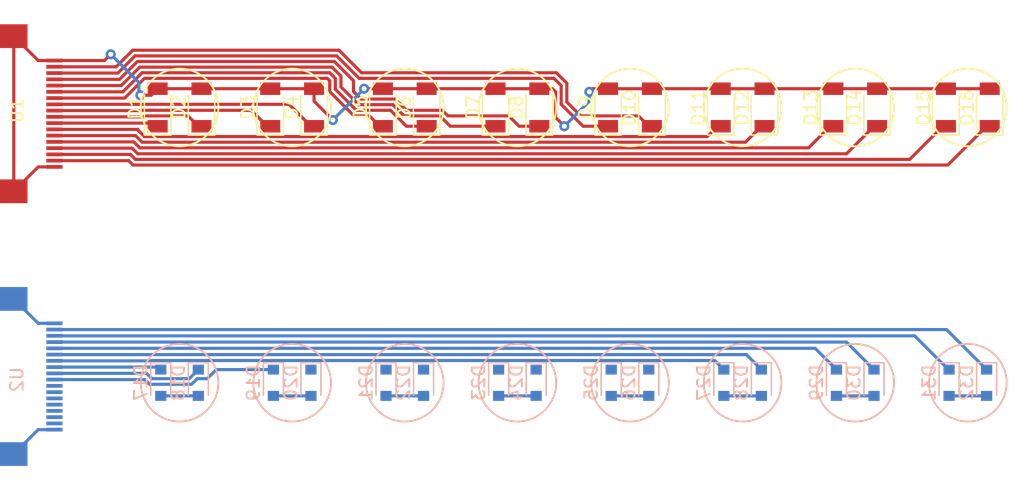
<source format=kicad_pcb>
(kicad_pcb (version 20171130) (host pcbnew "(5.1.6-0-10_14)")

  (general
    (thickness 1.6)
    (drawings 16)
    (tracks 192)
    (zones 0)
    (modules 34)
    (nets 34)
  )

  (page A4)
  (layers
    (0 F.Cu signal)
    (31 B.Cu signal)
    (32 B.Adhes user)
    (33 F.Adhes user)
    (34 B.Paste user)
    (35 F.Paste user)
    (36 B.SilkS user)
    (37 F.SilkS user)
    (38 B.Mask user)
    (39 F.Mask user)
    (40 Dwgs.User user)
    (41 Cmts.User user)
    (42 Eco1.User user)
    (43 Eco2.User user)
    (44 Edge.Cuts user)
    (45 Margin user)
    (46 B.CrtYd user)
    (47 F.CrtYd user)
    (48 B.Fab user)
    (49 F.Fab user)
  )

  (setup
    (last_trace_width 0.25)
    (trace_clearance 0.2)
    (zone_clearance 0.508)
    (zone_45_only no)
    (trace_min 0.2)
    (via_size 0.8)
    (via_drill 0.4)
    (via_min_size 0.4)
    (via_min_drill 0.3)
    (uvia_size 0.3)
    (uvia_drill 0.1)
    (uvias_allowed no)
    (uvia_min_size 0.2)
    (uvia_min_drill 0.1)
    (edge_width 0.1)
    (segment_width 0.2)
    (pcb_text_width 0.3)
    (pcb_text_size 1.5 1.5)
    (mod_edge_width 0.15)
    (mod_text_size 1 1)
    (mod_text_width 0.15)
    (pad_size 1.524 1.524)
    (pad_drill 0.762)
    (pad_to_mask_clearance 0)
    (aux_axis_origin 0 0)
    (visible_elements FFFFFF7F)
    (pcbplotparams
      (layerselection 0x010fc_ffffffff)
      (usegerberextensions false)
      (usegerberattributes true)
      (usegerberadvancedattributes true)
      (creategerberjobfile true)
      (excludeedgelayer true)
      (linewidth 0.100000)
      (plotframeref false)
      (viasonmask false)
      (mode 1)
      (useauxorigin false)
      (hpglpennumber 1)
      (hpglpenspeed 20)
      (hpglpendiameter 15.000000)
      (psnegative false)
      (psa4output false)
      (plotreference true)
      (plotvalue true)
      (plotinvisibletext false)
      (padsonsilk false)
      (subtractmaskfromsilk false)
      (outputformat 1)
      (mirror false)
      (drillshape 1)
      (scaleselection 1)
      (outputdirectory ""))
  )

  (net 0 "")
  (net 1 OUT1)
  (net 2 GND)
  (net 3 OUT2)
  (net 4 OUT3)
  (net 5 OUT4)
  (net 6 OUT5)
  (net 7 OUT6)
  (net 8 OUT7)
  (net 9 OUT8)
  (net 10 OUT9)
  (net 11 OUT10)
  (net 12 OUT11)
  (net 13 OUT12)
  (net 14 OUT13)
  (net 15 OUT14)
  (net 16 OUT15)
  (net 17 OUT16)
  (net 18 OUT17)
  (net 19 OUT18)
  (net 20 OUT19)
  (net 21 OUT20)
  (net 22 OUT21)
  (net 23 OUT22)
  (net 24 OUT23)
  (net 25 OUT24)
  (net 26 OUT25)
  (net 27 OUT26)
  (net 28 OUT27)
  (net 29 OUT28)
  (net 30 OUT29)
  (net 31 OUT30)
  (net 32 OUT31)
  (net 33 OUT32)

  (net_class Default "This is the default net class."
    (clearance 0.2)
    (trace_width 0.25)
    (via_dia 0.8)
    (via_drill 0.4)
    (uvia_dia 0.3)
    (uvia_drill 0.1)
    (add_net GND)
    (add_net OUT1)
    (add_net OUT10)
    (add_net OUT11)
    (add_net OUT12)
    (add_net OUT13)
    (add_net OUT14)
    (add_net OUT15)
    (add_net OUT16)
    (add_net OUT17)
    (add_net OUT18)
    (add_net OUT19)
    (add_net OUT2)
    (add_net OUT20)
    (add_net OUT21)
    (add_net OUT22)
    (add_net OUT23)
    (add_net OUT24)
    (add_net OUT25)
    (add_net OUT26)
    (add_net OUT27)
    (add_net OUT28)
    (add_net OUT29)
    (add_net OUT3)
    (add_net OUT30)
    (add_net OUT31)
    (add_net OUT32)
    (add_net OUT4)
    (add_net OUT5)
    (add_net OUT6)
    (add_net OUT7)
    (add_net OUT8)
    (add_net OUT9)
  )

  (module Diodes_SMD:D_1206 (layer F.Cu) (tedit 590CEAF5) (tstamp 5ECFB2F4)
    (at 116.25 63 90)
    (descr "Diode SMD 1206, reflow soldering http://datasheets.avx.com/schottky.pdf")
    (tags "Diode 1206")
    (path /5ECF4E8C)
    (attr smd)
    (fp_text reference D1 (at 0 -1.8 90) (layer F.SilkS)
      (effects (font (size 1 1) (thickness 0.15)))
    )
    (fp_text value D_Photo (at 0 1.9 90) (layer F.Fab)
      (effects (font (size 1 1) (thickness 0.15)))
    )
    (fp_line (start -2.2 1.06) (end 1 1.06) (layer F.SilkS) (width 0.12))
    (fp_line (start 1 -1.06) (end -2.2 -1.06) (layer F.SilkS) (width 0.12))
    (fp_line (start 2.3 -1.16) (end 2.3 1.16) (layer F.CrtYd) (width 0.05))
    (fp_line (start -2.3 -1.16) (end -2.3 1.16) (layer F.CrtYd) (width 0.05))
    (fp_line (start -2.3 1.16) (end 2.3 1.16) (layer F.CrtYd) (width 0.05))
    (fp_line (start -2.3 -1.16) (end 2.3 -1.16) (layer F.CrtYd) (width 0.05))
    (fp_line (start -1.7 -0.95) (end 1.7 -0.95) (layer F.Fab) (width 0.1))
    (fp_line (start 1.7 -0.95) (end 1.7 0.95) (layer F.Fab) (width 0.1))
    (fp_line (start 1.7 0.95) (end -1.7 0.95) (layer F.Fab) (width 0.1))
    (fp_line (start -1.7 0.95) (end -1.7 -0.95) (layer F.Fab) (width 0.1))
    (fp_line (start -2.2 -1.06) (end -2.2 1.06) (layer F.SilkS) (width 0.12))
    (fp_line (start -0.254 0) (end 0.127 -0.254) (layer F.Fab) (width 0.1))
    (fp_line (start 0.127 -0.254) (end 0.127 0.254) (layer F.Fab) (width 0.1))
    (fp_line (start 0.127 0.254) (end -0.254 0) (layer F.Fab) (width 0.1))
    (fp_line (start -0.254 0) (end -0.508 0) (layer F.Fab) (width 0.1))
    (fp_line (start 0.127 0) (end 0.381 0) (layer F.Fab) (width 0.1))
    (fp_line (start -0.254 -0.254) (end -0.254 0.254) (layer F.Fab) (width 0.1))
    (fp_text user %R (at 0 -1.8 90) (layer F.Fab)
      (effects (font (size 1 1) (thickness 0.15)))
    )
    (pad 1 smd rect (at -1.5 0 90) (size 1 1.6) (layers F.Cu F.Paste F.Mask)
      (net 1 OUT1))
    (pad 2 smd rect (at 1.5 0 90) (size 1 1.6) (layers F.Cu F.Paste F.Mask)
      (net 2 GND))
    (model ${KISYS3DMOD}/Diodes_SMD.3dshapes/D_1206.wrl
      (at (xyz 0 0 0))
      (scale (xyz 1 1 1))
      (rotate (xyz 0 0 0))
    )
  )

  (module Diodes_SMD:D_1206 (layer F.Cu) (tedit 590CEAF5) (tstamp 5ECF5920)
    (at 119.75 63 90)
    (descr "Diode SMD 1206, reflow soldering http://datasheets.avx.com/schottky.pdf")
    (tags "Diode 1206")
    (path /5ECF5E77)
    (attr smd)
    (fp_text reference D2 (at 0 -1.8 90) (layer F.SilkS)
      (effects (font (size 1 1) (thickness 0.15)))
    )
    (fp_text value D_Photo (at 0 1.9 90) (layer F.Fab)
      (effects (font (size 1 1) (thickness 0.15)))
    )
    (fp_text user %R (at 0 -1.8 90) (layer F.Fab)
      (effects (font (size 1 1) (thickness 0.15)))
    )
    (fp_line (start -0.254 -0.254) (end -0.254 0.254) (layer F.Fab) (width 0.1))
    (fp_line (start 0.127 0) (end 0.381 0) (layer F.Fab) (width 0.1))
    (fp_line (start -0.254 0) (end -0.508 0) (layer F.Fab) (width 0.1))
    (fp_line (start 0.127 0.254) (end -0.254 0) (layer F.Fab) (width 0.1))
    (fp_line (start 0.127 -0.254) (end 0.127 0.254) (layer F.Fab) (width 0.1))
    (fp_line (start -0.254 0) (end 0.127 -0.254) (layer F.Fab) (width 0.1))
    (fp_line (start -2.2 -1.06) (end -2.2 1.06) (layer F.SilkS) (width 0.12))
    (fp_line (start -1.7 0.95) (end -1.7 -0.95) (layer F.Fab) (width 0.1))
    (fp_line (start 1.7 0.95) (end -1.7 0.95) (layer F.Fab) (width 0.1))
    (fp_line (start 1.7 -0.95) (end 1.7 0.95) (layer F.Fab) (width 0.1))
    (fp_line (start -1.7 -0.95) (end 1.7 -0.95) (layer F.Fab) (width 0.1))
    (fp_line (start -2.3 -1.16) (end 2.3 -1.16) (layer F.CrtYd) (width 0.05))
    (fp_line (start -2.3 1.16) (end 2.3 1.16) (layer F.CrtYd) (width 0.05))
    (fp_line (start -2.3 -1.16) (end -2.3 1.16) (layer F.CrtYd) (width 0.05))
    (fp_line (start 2.3 -1.16) (end 2.3 1.16) (layer F.CrtYd) (width 0.05))
    (fp_line (start 1 -1.06) (end -2.2 -1.06) (layer F.SilkS) (width 0.12))
    (fp_line (start -2.2 1.06) (end 1 1.06) (layer F.SilkS) (width 0.12))
    (pad 2 smd rect (at 1.5 0 90) (size 1 1.6) (layers F.Cu F.Paste F.Mask)
      (net 2 GND))
    (pad 1 smd rect (at -1.5 0 90) (size 1 1.6) (layers F.Cu F.Paste F.Mask)
      (net 3 OUT2))
    (model ${KISYS3DMOD}/Diodes_SMD.3dshapes/D_1206.wrl
      (at (xyz 0 0 0))
      (scale (xyz 1 1 1))
      (rotate (xyz 0 0 0))
    )
  )

  (module Diodes_SMD:D_1206 (layer F.Cu) (tedit 590CEAF5) (tstamp 5ECF5938)
    (at 125.25 63 90)
    (descr "Diode SMD 1206, reflow soldering http://datasheets.avx.com/schottky.pdf")
    (tags "Diode 1206")
    (path /5ECF6ED6)
    (attr smd)
    (fp_text reference D3 (at 0 -1.8 90) (layer F.SilkS)
      (effects (font (size 1 1) (thickness 0.15)))
    )
    (fp_text value D_Photo (at 0 1.9 90) (layer F.Fab)
      (effects (font (size 1 1) (thickness 0.15)))
    )
    (fp_text user %R (at 0 -1.8 90) (layer F.Fab)
      (effects (font (size 1 1) (thickness 0.15)))
    )
    (fp_line (start -0.254 -0.254) (end -0.254 0.254) (layer F.Fab) (width 0.1))
    (fp_line (start 0.127 0) (end 0.381 0) (layer F.Fab) (width 0.1))
    (fp_line (start -0.254 0) (end -0.508 0) (layer F.Fab) (width 0.1))
    (fp_line (start 0.127 0.254) (end -0.254 0) (layer F.Fab) (width 0.1))
    (fp_line (start 0.127 -0.254) (end 0.127 0.254) (layer F.Fab) (width 0.1))
    (fp_line (start -0.254 0) (end 0.127 -0.254) (layer F.Fab) (width 0.1))
    (fp_line (start -2.2 -1.06) (end -2.2 1.06) (layer F.SilkS) (width 0.12))
    (fp_line (start -1.7 0.95) (end -1.7 -0.95) (layer F.Fab) (width 0.1))
    (fp_line (start 1.7 0.95) (end -1.7 0.95) (layer F.Fab) (width 0.1))
    (fp_line (start 1.7 -0.95) (end 1.7 0.95) (layer F.Fab) (width 0.1))
    (fp_line (start -1.7 -0.95) (end 1.7 -0.95) (layer F.Fab) (width 0.1))
    (fp_line (start -2.3 -1.16) (end 2.3 -1.16) (layer F.CrtYd) (width 0.05))
    (fp_line (start -2.3 1.16) (end 2.3 1.16) (layer F.CrtYd) (width 0.05))
    (fp_line (start -2.3 -1.16) (end -2.3 1.16) (layer F.CrtYd) (width 0.05))
    (fp_line (start 2.3 -1.16) (end 2.3 1.16) (layer F.CrtYd) (width 0.05))
    (fp_line (start 1 -1.06) (end -2.2 -1.06) (layer F.SilkS) (width 0.12))
    (fp_line (start -2.2 1.06) (end 1 1.06) (layer F.SilkS) (width 0.12))
    (pad 2 smd rect (at 1.5 0 90) (size 1 1.6) (layers F.Cu F.Paste F.Mask)
      (net 2 GND))
    (pad 1 smd rect (at -1.5 0 90) (size 1 1.6) (layers F.Cu F.Paste F.Mask)
      (net 4 OUT3))
    (model ${KISYS3DMOD}/Diodes_SMD.3dshapes/D_1206.wrl
      (at (xyz 0 0 0))
      (scale (xyz 1 1 1))
      (rotate (xyz 0 0 0))
    )
  )

  (module Diodes_SMD:D_1206 (layer F.Cu) (tedit 590CEAF5) (tstamp 5ECF5950)
    (at 128.75 63 90)
    (descr "Diode SMD 1206, reflow soldering http://datasheets.avx.com/schottky.pdf")
    (tags "Diode 1206")
    (path /5ECF7221)
    (attr smd)
    (fp_text reference D4 (at 0 -1.8 90) (layer F.SilkS)
      (effects (font (size 1 1) (thickness 0.15)))
    )
    (fp_text value D_Photo (at 0 1.9 90) (layer F.Fab)
      (effects (font (size 1 1) (thickness 0.15)))
    )
    (fp_text user %R (at 0 -1.8 90) (layer F.Fab)
      (effects (font (size 1 1) (thickness 0.15)))
    )
    (fp_line (start -0.254 -0.254) (end -0.254 0.254) (layer F.Fab) (width 0.1))
    (fp_line (start 0.127 0) (end 0.381 0) (layer F.Fab) (width 0.1))
    (fp_line (start -0.254 0) (end -0.508 0) (layer F.Fab) (width 0.1))
    (fp_line (start 0.127 0.254) (end -0.254 0) (layer F.Fab) (width 0.1))
    (fp_line (start 0.127 -0.254) (end 0.127 0.254) (layer F.Fab) (width 0.1))
    (fp_line (start -0.254 0) (end 0.127 -0.254) (layer F.Fab) (width 0.1))
    (fp_line (start -2.2 -1.06) (end -2.2 1.06) (layer F.SilkS) (width 0.12))
    (fp_line (start -1.7 0.95) (end -1.7 -0.95) (layer F.Fab) (width 0.1))
    (fp_line (start 1.7 0.95) (end -1.7 0.95) (layer F.Fab) (width 0.1))
    (fp_line (start 1.7 -0.95) (end 1.7 0.95) (layer F.Fab) (width 0.1))
    (fp_line (start -1.7 -0.95) (end 1.7 -0.95) (layer F.Fab) (width 0.1))
    (fp_line (start -2.3 -1.16) (end 2.3 -1.16) (layer F.CrtYd) (width 0.05))
    (fp_line (start -2.3 1.16) (end 2.3 1.16) (layer F.CrtYd) (width 0.05))
    (fp_line (start -2.3 -1.16) (end -2.3 1.16) (layer F.CrtYd) (width 0.05))
    (fp_line (start 2.3 -1.16) (end 2.3 1.16) (layer F.CrtYd) (width 0.05))
    (fp_line (start 1 -1.06) (end -2.2 -1.06) (layer F.SilkS) (width 0.12))
    (fp_line (start -2.2 1.06) (end 1 1.06) (layer F.SilkS) (width 0.12))
    (pad 2 smd rect (at 1.5 0 90) (size 1 1.6) (layers F.Cu F.Paste F.Mask)
      (net 2 GND))
    (pad 1 smd rect (at -1.5 0 90) (size 1 1.6) (layers F.Cu F.Paste F.Mask)
      (net 5 OUT4))
    (model ${KISYS3DMOD}/Diodes_SMD.3dshapes/D_1206.wrl
      (at (xyz 0 0 0))
      (scale (xyz 1 1 1))
      (rotate (xyz 0 0 0))
    )
  )

  (module Diodes_SMD:D_1206 (layer F.Cu) (tedit 590CEAF5) (tstamp 5ECFB4AE)
    (at 134.25 63 90)
    (descr "Diode SMD 1206, reflow soldering http://datasheets.avx.com/schottky.pdf")
    (tags "Diode 1206")
    (path /5ECFB7FC)
    (attr smd)
    (fp_text reference D5 (at 0 -1.8 90) (layer F.SilkS)
      (effects (font (size 1 1) (thickness 0.15)))
    )
    (fp_text value D_Photo (at 0 1.9 90) (layer F.Fab)
      (effects (font (size 1 1) (thickness 0.15)))
    )
    (fp_text user %R (at 0 -1.8 90) (layer F.Fab)
      (effects (font (size 1 1) (thickness 0.15)))
    )
    (fp_line (start -0.254 -0.254) (end -0.254 0.254) (layer F.Fab) (width 0.1))
    (fp_line (start 0.127 0) (end 0.381 0) (layer F.Fab) (width 0.1))
    (fp_line (start -0.254 0) (end -0.508 0) (layer F.Fab) (width 0.1))
    (fp_line (start 0.127 0.254) (end -0.254 0) (layer F.Fab) (width 0.1))
    (fp_line (start 0.127 -0.254) (end 0.127 0.254) (layer F.Fab) (width 0.1))
    (fp_line (start -0.254 0) (end 0.127 -0.254) (layer F.Fab) (width 0.1))
    (fp_line (start -2.2 -1.06) (end -2.2 1.06) (layer F.SilkS) (width 0.12))
    (fp_line (start -1.7 0.95) (end -1.7 -0.95) (layer F.Fab) (width 0.1))
    (fp_line (start 1.7 0.95) (end -1.7 0.95) (layer F.Fab) (width 0.1))
    (fp_line (start 1.7 -0.95) (end 1.7 0.95) (layer F.Fab) (width 0.1))
    (fp_line (start -1.7 -0.95) (end 1.7 -0.95) (layer F.Fab) (width 0.1))
    (fp_line (start -2.3 -1.16) (end 2.3 -1.16) (layer F.CrtYd) (width 0.05))
    (fp_line (start -2.3 1.16) (end 2.3 1.16) (layer F.CrtYd) (width 0.05))
    (fp_line (start -2.3 -1.16) (end -2.3 1.16) (layer F.CrtYd) (width 0.05))
    (fp_line (start 2.3 -1.16) (end 2.3 1.16) (layer F.CrtYd) (width 0.05))
    (fp_line (start 1 -1.06) (end -2.2 -1.06) (layer F.SilkS) (width 0.12))
    (fp_line (start -2.2 1.06) (end 1 1.06) (layer F.SilkS) (width 0.12))
    (pad 2 smd rect (at 1.5 0 90) (size 1 1.6) (layers F.Cu F.Paste F.Mask)
      (net 2 GND))
    (pad 1 smd rect (at -1.5 0 90) (size 1 1.6) (layers F.Cu F.Paste F.Mask)
      (net 6 OUT5))
    (model ${KISYS3DMOD}/Diodes_SMD.3dshapes/D_1206.wrl
      (at (xyz 0 0 0))
      (scale (xyz 1 1 1))
      (rotate (xyz 0 0 0))
    )
  )

  (module Diodes_SMD:D_1206 (layer F.Cu) (tedit 590CEAF5) (tstamp 5ECF5980)
    (at 137.75 63 90)
    (descr "Diode SMD 1206, reflow soldering http://datasheets.avx.com/schottky.pdf")
    (tags "Diode 1206")
    (path /5ECFB806)
    (attr smd)
    (fp_text reference D6 (at 0 -1.8 90) (layer F.SilkS)
      (effects (font (size 1 1) (thickness 0.15)))
    )
    (fp_text value D_Photo (at 0 1.9 90) (layer F.Fab)
      (effects (font (size 1 1) (thickness 0.15)))
    )
    (fp_line (start -2.2 1.06) (end 1 1.06) (layer F.SilkS) (width 0.12))
    (fp_line (start 1 -1.06) (end -2.2 -1.06) (layer F.SilkS) (width 0.12))
    (fp_line (start 2.3 -1.16) (end 2.3 1.16) (layer F.CrtYd) (width 0.05))
    (fp_line (start -2.3 -1.16) (end -2.3 1.16) (layer F.CrtYd) (width 0.05))
    (fp_line (start -2.3 1.16) (end 2.3 1.16) (layer F.CrtYd) (width 0.05))
    (fp_line (start -2.3 -1.16) (end 2.3 -1.16) (layer F.CrtYd) (width 0.05))
    (fp_line (start -1.7 -0.95) (end 1.7 -0.95) (layer F.Fab) (width 0.1))
    (fp_line (start 1.7 -0.95) (end 1.7 0.95) (layer F.Fab) (width 0.1))
    (fp_line (start 1.7 0.95) (end -1.7 0.95) (layer F.Fab) (width 0.1))
    (fp_line (start -1.7 0.95) (end -1.7 -0.95) (layer F.Fab) (width 0.1))
    (fp_line (start -2.2 -1.06) (end -2.2 1.06) (layer F.SilkS) (width 0.12))
    (fp_line (start -0.254 0) (end 0.127 -0.254) (layer F.Fab) (width 0.1))
    (fp_line (start 0.127 -0.254) (end 0.127 0.254) (layer F.Fab) (width 0.1))
    (fp_line (start 0.127 0.254) (end -0.254 0) (layer F.Fab) (width 0.1))
    (fp_line (start -0.254 0) (end -0.508 0) (layer F.Fab) (width 0.1))
    (fp_line (start 0.127 0) (end 0.381 0) (layer F.Fab) (width 0.1))
    (fp_line (start -0.254 -0.254) (end -0.254 0.254) (layer F.Fab) (width 0.1))
    (fp_text user %R (at 0 -1.8 90) (layer F.Fab)
      (effects (font (size 1 1) (thickness 0.15)))
    )
    (pad 1 smd rect (at -1.5 0 90) (size 1 1.6) (layers F.Cu F.Paste F.Mask)
      (net 7 OUT6))
    (pad 2 smd rect (at 1.5 0 90) (size 1 1.6) (layers F.Cu F.Paste F.Mask)
      (net 2 GND))
    (model ${KISYS3DMOD}/Diodes_SMD.3dshapes/D_1206.wrl
      (at (xyz 0 0 0))
      (scale (xyz 1 1 1))
      (rotate (xyz 0 0 0))
    )
  )

  (module Diodes_SMD:D_1206 (layer F.Cu) (tedit 590CEAF5) (tstamp 5ECF5998)
    (at 143.25 63 90)
    (descr "Diode SMD 1206, reflow soldering http://datasheets.avx.com/schottky.pdf")
    (tags "Diode 1206")
    (path /5ECFB810)
    (attr smd)
    (fp_text reference D7 (at 0 -1.8 90) (layer F.SilkS)
      (effects (font (size 1 1) (thickness 0.15)))
    )
    (fp_text value D_Photo (at 0 1.9 90) (layer F.Fab)
      (effects (font (size 1 1) (thickness 0.15)))
    )
    (fp_text user %R (at 0 -1.8 90) (layer F.Fab)
      (effects (font (size 1 1) (thickness 0.15)))
    )
    (fp_line (start -0.254 -0.254) (end -0.254 0.254) (layer F.Fab) (width 0.1))
    (fp_line (start 0.127 0) (end 0.381 0) (layer F.Fab) (width 0.1))
    (fp_line (start -0.254 0) (end -0.508 0) (layer F.Fab) (width 0.1))
    (fp_line (start 0.127 0.254) (end -0.254 0) (layer F.Fab) (width 0.1))
    (fp_line (start 0.127 -0.254) (end 0.127 0.254) (layer F.Fab) (width 0.1))
    (fp_line (start -0.254 0) (end 0.127 -0.254) (layer F.Fab) (width 0.1))
    (fp_line (start -2.2 -1.06) (end -2.2 1.06) (layer F.SilkS) (width 0.12))
    (fp_line (start -1.7 0.95) (end -1.7 -0.95) (layer F.Fab) (width 0.1))
    (fp_line (start 1.7 0.95) (end -1.7 0.95) (layer F.Fab) (width 0.1))
    (fp_line (start 1.7 -0.95) (end 1.7 0.95) (layer F.Fab) (width 0.1))
    (fp_line (start -1.7 -0.95) (end 1.7 -0.95) (layer F.Fab) (width 0.1))
    (fp_line (start -2.3 -1.16) (end 2.3 -1.16) (layer F.CrtYd) (width 0.05))
    (fp_line (start -2.3 1.16) (end 2.3 1.16) (layer F.CrtYd) (width 0.05))
    (fp_line (start -2.3 -1.16) (end -2.3 1.16) (layer F.CrtYd) (width 0.05))
    (fp_line (start 2.3 -1.16) (end 2.3 1.16) (layer F.CrtYd) (width 0.05))
    (fp_line (start 1 -1.06) (end -2.2 -1.06) (layer F.SilkS) (width 0.12))
    (fp_line (start -2.2 1.06) (end 1 1.06) (layer F.SilkS) (width 0.12))
    (pad 2 smd rect (at 1.5 0 90) (size 1 1.6) (layers F.Cu F.Paste F.Mask)
      (net 2 GND))
    (pad 1 smd rect (at -1.5 0 90) (size 1 1.6) (layers F.Cu F.Paste F.Mask)
      (net 8 OUT7))
    (model ${KISYS3DMOD}/Diodes_SMD.3dshapes/D_1206.wrl
      (at (xyz 0 0 0))
      (scale (xyz 1 1 1))
      (rotate (xyz 0 0 0))
    )
  )

  (module Diodes_SMD:D_1206 (layer F.Cu) (tedit 590CEAF5) (tstamp 5ECF59B0)
    (at 146.75 63 90)
    (descr "Diode SMD 1206, reflow soldering http://datasheets.avx.com/schottky.pdf")
    (tags "Diode 1206")
    (path /5ECFB81A)
    (attr smd)
    (fp_text reference D8 (at 0 -1.8 90) (layer F.SilkS)
      (effects (font (size 1 1) (thickness 0.15)))
    )
    (fp_text value D_Photo (at 0 1.9 90) (layer F.Fab)
      (effects (font (size 1 1) (thickness 0.15)))
    )
    (fp_line (start -2.2 1.06) (end 1 1.06) (layer F.SilkS) (width 0.12))
    (fp_line (start 1 -1.06) (end -2.2 -1.06) (layer F.SilkS) (width 0.12))
    (fp_line (start 2.3 -1.16) (end 2.3 1.16) (layer F.CrtYd) (width 0.05))
    (fp_line (start -2.3 -1.16) (end -2.3 1.16) (layer F.CrtYd) (width 0.05))
    (fp_line (start -2.3 1.16) (end 2.3 1.16) (layer F.CrtYd) (width 0.05))
    (fp_line (start -2.3 -1.16) (end 2.3 -1.16) (layer F.CrtYd) (width 0.05))
    (fp_line (start -1.7 -0.95) (end 1.7 -0.95) (layer F.Fab) (width 0.1))
    (fp_line (start 1.7 -0.95) (end 1.7 0.95) (layer F.Fab) (width 0.1))
    (fp_line (start 1.7 0.95) (end -1.7 0.95) (layer F.Fab) (width 0.1))
    (fp_line (start -1.7 0.95) (end -1.7 -0.95) (layer F.Fab) (width 0.1))
    (fp_line (start -2.2 -1.06) (end -2.2 1.06) (layer F.SilkS) (width 0.12))
    (fp_line (start -0.254 0) (end 0.127 -0.254) (layer F.Fab) (width 0.1))
    (fp_line (start 0.127 -0.254) (end 0.127 0.254) (layer F.Fab) (width 0.1))
    (fp_line (start 0.127 0.254) (end -0.254 0) (layer F.Fab) (width 0.1))
    (fp_line (start -0.254 0) (end -0.508 0) (layer F.Fab) (width 0.1))
    (fp_line (start 0.127 0) (end 0.381 0) (layer F.Fab) (width 0.1))
    (fp_line (start -0.254 -0.254) (end -0.254 0.254) (layer F.Fab) (width 0.1))
    (fp_text user %R (at 0 -1.8 90) (layer F.Fab)
      (effects (font (size 1 1) (thickness 0.15)))
    )
    (pad 1 smd rect (at -1.5 0 90) (size 1 1.6) (layers F.Cu F.Paste F.Mask)
      (net 9 OUT8))
    (pad 2 smd rect (at 1.5 0 90) (size 1 1.6) (layers F.Cu F.Paste F.Mask)
      (net 2 GND))
    (model ${KISYS3DMOD}/Diodes_SMD.3dshapes/D_1206.wrl
      (at (xyz 0 0 0))
      (scale (xyz 1 1 1))
      (rotate (xyz 0 0 0))
    )
  )

  (module Diodes_SMD:D_1206 (layer F.Cu) (tedit 590CEAF5) (tstamp 5ECF59C8)
    (at 152.25 63 90)
    (descr "Diode SMD 1206, reflow soldering http://datasheets.avx.com/schottky.pdf")
    (tags "Diode 1206")
    (path /5ED19353)
    (attr smd)
    (fp_text reference D9 (at 0 -1.8 90) (layer F.SilkS)
      (effects (font (size 1 1) (thickness 0.15)))
    )
    (fp_text value D_Photo (at 0 1.9 90) (layer F.Fab)
      (effects (font (size 1 1) (thickness 0.15)))
    )
    (fp_text user %R (at 0 -1.8 90) (layer F.Fab)
      (effects (font (size 1 1) (thickness 0.15)))
    )
    (fp_line (start -0.254 -0.254) (end -0.254 0.254) (layer F.Fab) (width 0.1))
    (fp_line (start 0.127 0) (end 0.381 0) (layer F.Fab) (width 0.1))
    (fp_line (start -0.254 0) (end -0.508 0) (layer F.Fab) (width 0.1))
    (fp_line (start 0.127 0.254) (end -0.254 0) (layer F.Fab) (width 0.1))
    (fp_line (start 0.127 -0.254) (end 0.127 0.254) (layer F.Fab) (width 0.1))
    (fp_line (start -0.254 0) (end 0.127 -0.254) (layer F.Fab) (width 0.1))
    (fp_line (start -2.2 -1.06) (end -2.2 1.06) (layer F.SilkS) (width 0.12))
    (fp_line (start -1.7 0.95) (end -1.7 -0.95) (layer F.Fab) (width 0.1))
    (fp_line (start 1.7 0.95) (end -1.7 0.95) (layer F.Fab) (width 0.1))
    (fp_line (start 1.7 -0.95) (end 1.7 0.95) (layer F.Fab) (width 0.1))
    (fp_line (start -1.7 -0.95) (end 1.7 -0.95) (layer F.Fab) (width 0.1))
    (fp_line (start -2.3 -1.16) (end 2.3 -1.16) (layer F.CrtYd) (width 0.05))
    (fp_line (start -2.3 1.16) (end 2.3 1.16) (layer F.CrtYd) (width 0.05))
    (fp_line (start -2.3 -1.16) (end -2.3 1.16) (layer F.CrtYd) (width 0.05))
    (fp_line (start 2.3 -1.16) (end 2.3 1.16) (layer F.CrtYd) (width 0.05))
    (fp_line (start 1 -1.06) (end -2.2 -1.06) (layer F.SilkS) (width 0.12))
    (fp_line (start -2.2 1.06) (end 1 1.06) (layer F.SilkS) (width 0.12))
    (pad 2 smd rect (at 1.5 0 90) (size 1 1.6) (layers F.Cu F.Paste F.Mask)
      (net 2 GND))
    (pad 1 smd rect (at -1.5 0 90) (size 1 1.6) (layers F.Cu F.Paste F.Mask)
      (net 10 OUT9))
    (model ${KISYS3DMOD}/Diodes_SMD.3dshapes/D_1206.wrl
      (at (xyz 0 0 0))
      (scale (xyz 1 1 1))
      (rotate (xyz 0 0 0))
    )
  )

  (module Diodes_SMD:D_1206 (layer F.Cu) (tedit 590CEAF5) (tstamp 5ECF59E0)
    (at 155.75 63 90)
    (descr "Diode SMD 1206, reflow soldering http://datasheets.avx.com/schottky.pdf")
    (tags "Diode 1206")
    (path /5ED1935D)
    (attr smd)
    (fp_text reference D10 (at 0 -1.8 90) (layer F.SilkS)
      (effects (font (size 1 1) (thickness 0.15)))
    )
    (fp_text value D_Photo (at 0 1.9 90) (layer F.Fab)
      (effects (font (size 1 1) (thickness 0.15)))
    )
    (fp_line (start -2.2 1.06) (end 1 1.06) (layer F.SilkS) (width 0.12))
    (fp_line (start 1 -1.06) (end -2.2 -1.06) (layer F.SilkS) (width 0.12))
    (fp_line (start 2.3 -1.16) (end 2.3 1.16) (layer F.CrtYd) (width 0.05))
    (fp_line (start -2.3 -1.16) (end -2.3 1.16) (layer F.CrtYd) (width 0.05))
    (fp_line (start -2.3 1.16) (end 2.3 1.16) (layer F.CrtYd) (width 0.05))
    (fp_line (start -2.3 -1.16) (end 2.3 -1.16) (layer F.CrtYd) (width 0.05))
    (fp_line (start -1.7 -0.95) (end 1.7 -0.95) (layer F.Fab) (width 0.1))
    (fp_line (start 1.7 -0.95) (end 1.7 0.95) (layer F.Fab) (width 0.1))
    (fp_line (start 1.7 0.95) (end -1.7 0.95) (layer F.Fab) (width 0.1))
    (fp_line (start -1.7 0.95) (end -1.7 -0.95) (layer F.Fab) (width 0.1))
    (fp_line (start -2.2 -1.06) (end -2.2 1.06) (layer F.SilkS) (width 0.12))
    (fp_line (start -0.254 0) (end 0.127 -0.254) (layer F.Fab) (width 0.1))
    (fp_line (start 0.127 -0.254) (end 0.127 0.254) (layer F.Fab) (width 0.1))
    (fp_line (start 0.127 0.254) (end -0.254 0) (layer F.Fab) (width 0.1))
    (fp_line (start -0.254 0) (end -0.508 0) (layer F.Fab) (width 0.1))
    (fp_line (start 0.127 0) (end 0.381 0) (layer F.Fab) (width 0.1))
    (fp_line (start -0.254 -0.254) (end -0.254 0.254) (layer F.Fab) (width 0.1))
    (fp_text user %R (at 0 -1.8 90) (layer F.Fab)
      (effects (font (size 1 1) (thickness 0.15)))
    )
    (pad 1 smd rect (at -1.5 0 90) (size 1 1.6) (layers F.Cu F.Paste F.Mask)
      (net 11 OUT10))
    (pad 2 smd rect (at 1.5 0 90) (size 1 1.6) (layers F.Cu F.Paste F.Mask)
      (net 2 GND))
    (model ${KISYS3DMOD}/Diodes_SMD.3dshapes/D_1206.wrl
      (at (xyz 0 0 0))
      (scale (xyz 1 1 1))
      (rotate (xyz 0 0 0))
    )
  )

  (module Diodes_SMD:D_1206 (layer F.Cu) (tedit 590CEAF5) (tstamp 5ECF59F8)
    (at 161.25 63 90)
    (descr "Diode SMD 1206, reflow soldering http://datasheets.avx.com/schottky.pdf")
    (tags "Diode 1206")
    (path /5ED19367)
    (attr smd)
    (fp_text reference D11 (at 0 -1.8 90) (layer F.SilkS)
      (effects (font (size 1 1) (thickness 0.15)))
    )
    (fp_text value D_Photo (at 0 1.9 90) (layer F.Fab)
      (effects (font (size 1 1) (thickness 0.15)))
    )
    (fp_text user %R (at 0 -1.8 90) (layer F.Fab)
      (effects (font (size 1 1) (thickness 0.15)))
    )
    (fp_line (start -0.254 -0.254) (end -0.254 0.254) (layer F.Fab) (width 0.1))
    (fp_line (start 0.127 0) (end 0.381 0) (layer F.Fab) (width 0.1))
    (fp_line (start -0.254 0) (end -0.508 0) (layer F.Fab) (width 0.1))
    (fp_line (start 0.127 0.254) (end -0.254 0) (layer F.Fab) (width 0.1))
    (fp_line (start 0.127 -0.254) (end 0.127 0.254) (layer F.Fab) (width 0.1))
    (fp_line (start -0.254 0) (end 0.127 -0.254) (layer F.Fab) (width 0.1))
    (fp_line (start -2.2 -1.06) (end -2.2 1.06) (layer F.SilkS) (width 0.12))
    (fp_line (start -1.7 0.95) (end -1.7 -0.95) (layer F.Fab) (width 0.1))
    (fp_line (start 1.7 0.95) (end -1.7 0.95) (layer F.Fab) (width 0.1))
    (fp_line (start 1.7 -0.95) (end 1.7 0.95) (layer F.Fab) (width 0.1))
    (fp_line (start -1.7 -0.95) (end 1.7 -0.95) (layer F.Fab) (width 0.1))
    (fp_line (start -2.3 -1.16) (end 2.3 -1.16) (layer F.CrtYd) (width 0.05))
    (fp_line (start -2.3 1.16) (end 2.3 1.16) (layer F.CrtYd) (width 0.05))
    (fp_line (start -2.3 -1.16) (end -2.3 1.16) (layer F.CrtYd) (width 0.05))
    (fp_line (start 2.3 -1.16) (end 2.3 1.16) (layer F.CrtYd) (width 0.05))
    (fp_line (start 1 -1.06) (end -2.2 -1.06) (layer F.SilkS) (width 0.12))
    (fp_line (start -2.2 1.06) (end 1 1.06) (layer F.SilkS) (width 0.12))
    (pad 2 smd rect (at 1.5 0 90) (size 1 1.6) (layers F.Cu F.Paste F.Mask)
      (net 2 GND))
    (pad 1 smd rect (at -1.5 0 90) (size 1 1.6) (layers F.Cu F.Paste F.Mask)
      (net 12 OUT11))
    (model ${KISYS3DMOD}/Diodes_SMD.3dshapes/D_1206.wrl
      (at (xyz 0 0 0))
      (scale (xyz 1 1 1))
      (rotate (xyz 0 0 0))
    )
  )

  (module Diodes_SMD:D_1206 (layer F.Cu) (tedit 590CEAF5) (tstamp 5ECF5A10)
    (at 164.75 63 90)
    (descr "Diode SMD 1206, reflow soldering http://datasheets.avx.com/schottky.pdf")
    (tags "Diode 1206")
    (path /5ED19371)
    (attr smd)
    (fp_text reference D12 (at 0 -1.8 90) (layer F.SilkS)
      (effects (font (size 1 1) (thickness 0.15)))
    )
    (fp_text value D_Photo (at 0 1.9 90) (layer F.Fab)
      (effects (font (size 1 1) (thickness 0.15)))
    )
    (fp_line (start -2.2 1.06) (end 1 1.06) (layer F.SilkS) (width 0.12))
    (fp_line (start 1 -1.06) (end -2.2 -1.06) (layer F.SilkS) (width 0.12))
    (fp_line (start 2.3 -1.16) (end 2.3 1.16) (layer F.CrtYd) (width 0.05))
    (fp_line (start -2.3 -1.16) (end -2.3 1.16) (layer F.CrtYd) (width 0.05))
    (fp_line (start -2.3 1.16) (end 2.3 1.16) (layer F.CrtYd) (width 0.05))
    (fp_line (start -2.3 -1.16) (end 2.3 -1.16) (layer F.CrtYd) (width 0.05))
    (fp_line (start -1.7 -0.95) (end 1.7 -0.95) (layer F.Fab) (width 0.1))
    (fp_line (start 1.7 -0.95) (end 1.7 0.95) (layer F.Fab) (width 0.1))
    (fp_line (start 1.7 0.95) (end -1.7 0.95) (layer F.Fab) (width 0.1))
    (fp_line (start -1.7 0.95) (end -1.7 -0.95) (layer F.Fab) (width 0.1))
    (fp_line (start -2.2 -1.06) (end -2.2 1.06) (layer F.SilkS) (width 0.12))
    (fp_line (start -0.254 0) (end 0.127 -0.254) (layer F.Fab) (width 0.1))
    (fp_line (start 0.127 -0.254) (end 0.127 0.254) (layer F.Fab) (width 0.1))
    (fp_line (start 0.127 0.254) (end -0.254 0) (layer F.Fab) (width 0.1))
    (fp_line (start -0.254 0) (end -0.508 0) (layer F.Fab) (width 0.1))
    (fp_line (start 0.127 0) (end 0.381 0) (layer F.Fab) (width 0.1))
    (fp_line (start -0.254 -0.254) (end -0.254 0.254) (layer F.Fab) (width 0.1))
    (fp_text user %R (at 0 -1.8 90) (layer F.Fab)
      (effects (font (size 1 1) (thickness 0.15)))
    )
    (pad 1 smd rect (at -1.5 0 90) (size 1 1.6) (layers F.Cu F.Paste F.Mask)
      (net 13 OUT12))
    (pad 2 smd rect (at 1.5 0 90) (size 1 1.6) (layers F.Cu F.Paste F.Mask)
      (net 2 GND))
    (model ${KISYS3DMOD}/Diodes_SMD.3dshapes/D_1206.wrl
      (at (xyz 0 0 0))
      (scale (xyz 1 1 1))
      (rotate (xyz 0 0 0))
    )
  )

  (module Diodes_SMD:D_1206 (layer F.Cu) (tedit 590CEAF5) (tstamp 5ECF5A28)
    (at 170.25 63 90)
    (descr "Diode SMD 1206, reflow soldering http://datasheets.avx.com/schottky.pdf")
    (tags "Diode 1206")
    (path /5ED1937B)
    (attr smd)
    (fp_text reference D13 (at 0 -1.8 90) (layer F.SilkS)
      (effects (font (size 1 1) (thickness 0.15)))
    )
    (fp_text value D_Photo (at 0 1.9 90) (layer F.Fab)
      (effects (font (size 1 1) (thickness 0.15)))
    )
    (fp_text user %R (at 0 -1.8 90) (layer F.Fab)
      (effects (font (size 1 1) (thickness 0.15)))
    )
    (fp_line (start -0.254 -0.254) (end -0.254 0.254) (layer F.Fab) (width 0.1))
    (fp_line (start 0.127 0) (end 0.381 0) (layer F.Fab) (width 0.1))
    (fp_line (start -0.254 0) (end -0.508 0) (layer F.Fab) (width 0.1))
    (fp_line (start 0.127 0.254) (end -0.254 0) (layer F.Fab) (width 0.1))
    (fp_line (start 0.127 -0.254) (end 0.127 0.254) (layer F.Fab) (width 0.1))
    (fp_line (start -0.254 0) (end 0.127 -0.254) (layer F.Fab) (width 0.1))
    (fp_line (start -2.2 -1.06) (end -2.2 1.06) (layer F.SilkS) (width 0.12))
    (fp_line (start -1.7 0.95) (end -1.7 -0.95) (layer F.Fab) (width 0.1))
    (fp_line (start 1.7 0.95) (end -1.7 0.95) (layer F.Fab) (width 0.1))
    (fp_line (start 1.7 -0.95) (end 1.7 0.95) (layer F.Fab) (width 0.1))
    (fp_line (start -1.7 -0.95) (end 1.7 -0.95) (layer F.Fab) (width 0.1))
    (fp_line (start -2.3 -1.16) (end 2.3 -1.16) (layer F.CrtYd) (width 0.05))
    (fp_line (start -2.3 1.16) (end 2.3 1.16) (layer F.CrtYd) (width 0.05))
    (fp_line (start -2.3 -1.16) (end -2.3 1.16) (layer F.CrtYd) (width 0.05))
    (fp_line (start 2.3 -1.16) (end 2.3 1.16) (layer F.CrtYd) (width 0.05))
    (fp_line (start 1 -1.06) (end -2.2 -1.06) (layer F.SilkS) (width 0.12))
    (fp_line (start -2.2 1.06) (end 1 1.06) (layer F.SilkS) (width 0.12))
    (pad 2 smd rect (at 1.5 0 90) (size 1 1.6) (layers F.Cu F.Paste F.Mask)
      (net 2 GND))
    (pad 1 smd rect (at -1.5 0 90) (size 1 1.6) (layers F.Cu F.Paste F.Mask)
      (net 14 OUT13))
    (model ${KISYS3DMOD}/Diodes_SMD.3dshapes/D_1206.wrl
      (at (xyz 0 0 0))
      (scale (xyz 1 1 1))
      (rotate (xyz 0 0 0))
    )
  )

  (module Diodes_SMD:D_1206 (layer F.Cu) (tedit 590CEAF5) (tstamp 5ECF5A40)
    (at 173.75 63 90)
    (descr "Diode SMD 1206, reflow soldering http://datasheets.avx.com/schottky.pdf")
    (tags "Diode 1206")
    (path /5ED19385)
    (attr smd)
    (fp_text reference D14 (at 0 -1.8 90) (layer F.SilkS)
      (effects (font (size 1 1) (thickness 0.15)))
    )
    (fp_text value D_Photo (at 0 1.9 90) (layer F.Fab)
      (effects (font (size 1 1) (thickness 0.15)))
    )
    (fp_line (start -2.2 1.06) (end 1 1.06) (layer F.SilkS) (width 0.12))
    (fp_line (start 1 -1.06) (end -2.2 -1.06) (layer F.SilkS) (width 0.12))
    (fp_line (start 2.3 -1.16) (end 2.3 1.16) (layer F.CrtYd) (width 0.05))
    (fp_line (start -2.3 -1.16) (end -2.3 1.16) (layer F.CrtYd) (width 0.05))
    (fp_line (start -2.3 1.16) (end 2.3 1.16) (layer F.CrtYd) (width 0.05))
    (fp_line (start -2.3 -1.16) (end 2.3 -1.16) (layer F.CrtYd) (width 0.05))
    (fp_line (start -1.7 -0.95) (end 1.7 -0.95) (layer F.Fab) (width 0.1))
    (fp_line (start 1.7 -0.95) (end 1.7 0.95) (layer F.Fab) (width 0.1))
    (fp_line (start 1.7 0.95) (end -1.7 0.95) (layer F.Fab) (width 0.1))
    (fp_line (start -1.7 0.95) (end -1.7 -0.95) (layer F.Fab) (width 0.1))
    (fp_line (start -2.2 -1.06) (end -2.2 1.06) (layer F.SilkS) (width 0.12))
    (fp_line (start -0.254 0) (end 0.127 -0.254) (layer F.Fab) (width 0.1))
    (fp_line (start 0.127 -0.254) (end 0.127 0.254) (layer F.Fab) (width 0.1))
    (fp_line (start 0.127 0.254) (end -0.254 0) (layer F.Fab) (width 0.1))
    (fp_line (start -0.254 0) (end -0.508 0) (layer F.Fab) (width 0.1))
    (fp_line (start 0.127 0) (end 0.381 0) (layer F.Fab) (width 0.1))
    (fp_line (start -0.254 -0.254) (end -0.254 0.254) (layer F.Fab) (width 0.1))
    (fp_text user %R (at 0 -1.8 90) (layer F.Fab)
      (effects (font (size 1 1) (thickness 0.15)))
    )
    (pad 1 smd rect (at -1.5 0 90) (size 1 1.6) (layers F.Cu F.Paste F.Mask)
      (net 15 OUT14))
    (pad 2 smd rect (at 1.5 0 90) (size 1 1.6) (layers F.Cu F.Paste F.Mask)
      (net 2 GND))
    (model ${KISYS3DMOD}/Diodes_SMD.3dshapes/D_1206.wrl
      (at (xyz 0 0 0))
      (scale (xyz 1 1 1))
      (rotate (xyz 0 0 0))
    )
  )

  (module Diodes_SMD:D_1206 (layer F.Cu) (tedit 590CEAF5) (tstamp 5ECF5A58)
    (at 179.25 63 90)
    (descr "Diode SMD 1206, reflow soldering http://datasheets.avx.com/schottky.pdf")
    (tags "Diode 1206")
    (path /5ED1938F)
    (attr smd)
    (fp_text reference D15 (at 0 -1.8 90) (layer F.SilkS)
      (effects (font (size 1 1) (thickness 0.15)))
    )
    (fp_text value D_Photo (at 0 1.9 90) (layer F.Fab)
      (effects (font (size 1 1) (thickness 0.15)))
    )
    (fp_text user %R (at 0 -1.8 90) (layer F.Fab)
      (effects (font (size 1 1) (thickness 0.15)))
    )
    (fp_line (start -0.254 -0.254) (end -0.254 0.254) (layer F.Fab) (width 0.1))
    (fp_line (start 0.127 0) (end 0.381 0) (layer F.Fab) (width 0.1))
    (fp_line (start -0.254 0) (end -0.508 0) (layer F.Fab) (width 0.1))
    (fp_line (start 0.127 0.254) (end -0.254 0) (layer F.Fab) (width 0.1))
    (fp_line (start 0.127 -0.254) (end 0.127 0.254) (layer F.Fab) (width 0.1))
    (fp_line (start -0.254 0) (end 0.127 -0.254) (layer F.Fab) (width 0.1))
    (fp_line (start -2.2 -1.06) (end -2.2 1.06) (layer F.SilkS) (width 0.12))
    (fp_line (start -1.7 0.95) (end -1.7 -0.95) (layer F.Fab) (width 0.1))
    (fp_line (start 1.7 0.95) (end -1.7 0.95) (layer F.Fab) (width 0.1))
    (fp_line (start 1.7 -0.95) (end 1.7 0.95) (layer F.Fab) (width 0.1))
    (fp_line (start -1.7 -0.95) (end 1.7 -0.95) (layer F.Fab) (width 0.1))
    (fp_line (start -2.3 -1.16) (end 2.3 -1.16) (layer F.CrtYd) (width 0.05))
    (fp_line (start -2.3 1.16) (end 2.3 1.16) (layer F.CrtYd) (width 0.05))
    (fp_line (start -2.3 -1.16) (end -2.3 1.16) (layer F.CrtYd) (width 0.05))
    (fp_line (start 2.3 -1.16) (end 2.3 1.16) (layer F.CrtYd) (width 0.05))
    (fp_line (start 1 -1.06) (end -2.2 -1.06) (layer F.SilkS) (width 0.12))
    (fp_line (start -2.2 1.06) (end 1 1.06) (layer F.SilkS) (width 0.12))
    (pad 2 smd rect (at 1.5 0 90) (size 1 1.6) (layers F.Cu F.Paste F.Mask)
      (net 2 GND))
    (pad 1 smd rect (at -1.5 0 90) (size 1 1.6) (layers F.Cu F.Paste F.Mask)
      (net 16 OUT15))
    (model ${KISYS3DMOD}/Diodes_SMD.3dshapes/D_1206.wrl
      (at (xyz 0 0 0))
      (scale (xyz 1 1 1))
      (rotate (xyz 0 0 0))
    )
  )

  (module Diodes_SMD:D_1206 (layer F.Cu) (tedit 590CEAF5) (tstamp 5ECF5A70)
    (at 182.75 63 90)
    (descr "Diode SMD 1206, reflow soldering http://datasheets.avx.com/schottky.pdf")
    (tags "Diode 1206")
    (path /5ED19399)
    (attr smd)
    (fp_text reference D16 (at 0 -1.8 90) (layer F.SilkS)
      (effects (font (size 1 1) (thickness 0.15)))
    )
    (fp_text value D_Photo (at 0 1.9 90) (layer F.Fab)
      (effects (font (size 1 1) (thickness 0.15)))
    )
    (fp_line (start -2.2 1.06) (end 1 1.06) (layer F.SilkS) (width 0.12))
    (fp_line (start 1 -1.06) (end -2.2 -1.06) (layer F.SilkS) (width 0.12))
    (fp_line (start 2.3 -1.16) (end 2.3 1.16) (layer F.CrtYd) (width 0.05))
    (fp_line (start -2.3 -1.16) (end -2.3 1.16) (layer F.CrtYd) (width 0.05))
    (fp_line (start -2.3 1.16) (end 2.3 1.16) (layer F.CrtYd) (width 0.05))
    (fp_line (start -2.3 -1.16) (end 2.3 -1.16) (layer F.CrtYd) (width 0.05))
    (fp_line (start -1.7 -0.95) (end 1.7 -0.95) (layer F.Fab) (width 0.1))
    (fp_line (start 1.7 -0.95) (end 1.7 0.95) (layer F.Fab) (width 0.1))
    (fp_line (start 1.7 0.95) (end -1.7 0.95) (layer F.Fab) (width 0.1))
    (fp_line (start -1.7 0.95) (end -1.7 -0.95) (layer F.Fab) (width 0.1))
    (fp_line (start -2.2 -1.06) (end -2.2 1.06) (layer F.SilkS) (width 0.12))
    (fp_line (start -0.254 0) (end 0.127 -0.254) (layer F.Fab) (width 0.1))
    (fp_line (start 0.127 -0.254) (end 0.127 0.254) (layer F.Fab) (width 0.1))
    (fp_line (start 0.127 0.254) (end -0.254 0) (layer F.Fab) (width 0.1))
    (fp_line (start -0.254 0) (end -0.508 0) (layer F.Fab) (width 0.1))
    (fp_line (start 0.127 0) (end 0.381 0) (layer F.Fab) (width 0.1))
    (fp_line (start -0.254 -0.254) (end -0.254 0.254) (layer F.Fab) (width 0.1))
    (fp_text user %R (at 0 -1.8 90) (layer F.Fab)
      (effects (font (size 1 1) (thickness 0.15)))
    )
    (pad 1 smd rect (at -1.5 0 90) (size 1 1.6) (layers F.Cu F.Paste F.Mask)
      (net 17 OUT16))
    (pad 2 smd rect (at 1.5 0 90) (size 1 1.6) (layers F.Cu F.Paste F.Mask)
      (net 2 GND))
    (model ${KISYS3DMOD}/Diodes_SMD.3dshapes/D_1206.wrl
      (at (xyz 0 0 0))
      (scale (xyz 1 1 1))
      (rotate (xyz 0 0 0))
    )
  )

  (module Diodes_SMD:D_0805 (layer B.Cu) (tedit 590CE9A4) (tstamp 5ECF5A88)
    (at 116.5 85 270)
    (descr "Diode SMD in 0805 package http://datasheets.avx.com/schottky.pdf")
    (tags "smd diode")
    (path /5ED1BF26)
    (attr smd)
    (fp_text reference D17 (at 0 1.6 270) (layer B.SilkS)
      (effects (font (size 1 1) (thickness 0.15)) (justify mirror))
    )
    (fp_text value D_Photo (at 0 -1.7 270) (layer B.Fab)
      (effects (font (size 1 1) (thickness 0.15)) (justify mirror))
    )
    (fp_line (start -1.6 0.8) (end 1 0.8) (layer B.SilkS) (width 0.12))
    (fp_line (start -1.6 -0.8) (end 1 -0.8) (layer B.SilkS) (width 0.12))
    (fp_line (start -1 0.65) (end 1 0.65) (layer B.Fab) (width 0.1))
    (fp_line (start 1 0.65) (end 1 -0.65) (layer B.Fab) (width 0.1))
    (fp_line (start 1 -0.65) (end -1 -0.65) (layer B.Fab) (width 0.1))
    (fp_line (start -1 -0.65) (end -1 0.65) (layer B.Fab) (width 0.1))
    (fp_line (start 0.2 0.2) (end -0.1 0) (layer B.Fab) (width 0.1))
    (fp_line (start -0.1 0) (end 0.2 -0.2) (layer B.Fab) (width 0.1))
    (fp_line (start 0.2 -0.2) (end 0.2 0.2) (layer B.Fab) (width 0.1))
    (fp_line (start -0.1 0.2) (end -0.1 -0.2) (layer B.Fab) (width 0.1))
    (fp_line (start -0.1 0) (end -0.3 0) (layer B.Fab) (width 0.1))
    (fp_line (start 0.2 0) (end 0.4 0) (layer B.Fab) (width 0.1))
    (fp_line (start -1.7 0.88) (end 1.7 0.88) (layer B.CrtYd) (width 0.05))
    (fp_line (start 1.7 0.88) (end 1.7 -0.88) (layer B.CrtYd) (width 0.05))
    (fp_line (start 1.7 -0.88) (end -1.7 -0.88) (layer B.CrtYd) (width 0.05))
    (fp_line (start -1.7 -0.88) (end -1.7 0.88) (layer B.CrtYd) (width 0.05))
    (fp_line (start -1.6 0.8) (end -1.6 -0.8) (layer B.SilkS) (width 0.12))
    (fp_text user %R (at 0 1.6 270) (layer B.Fab)
      (effects (font (size 1 1) (thickness 0.15)) (justify mirror))
    )
    (pad 1 smd rect (at -1.05 0 270) (size 0.8 0.9) (layers B.Cu B.Paste B.Mask)
      (net 18 OUT17))
    (pad 2 smd rect (at 1.05 0 270) (size 0.8 0.9) (layers B.Cu B.Paste B.Mask)
      (net 2 GND))
    (model ${KISYS3DMOD}/Diodes_SMD.3dshapes/D_0805.wrl
      (at (xyz 0 0 0))
      (scale (xyz 1 1 1))
      (rotate (xyz 0 0 0))
    )
  )

  (module Diodes_SMD:D_0805 (layer B.Cu) (tedit 590CE9A4) (tstamp 5ECF5AA0)
    (at 119.5 85 270)
    (descr "Diode SMD in 0805 package http://datasheets.avx.com/schottky.pdf")
    (tags "smd diode")
    (path /5ED1BF30)
    (attr smd)
    (fp_text reference D18 (at 0 1.6 270) (layer B.SilkS)
      (effects (font (size 1 1) (thickness 0.15)) (justify mirror))
    )
    (fp_text value D_Photo (at 0 -1.7 270) (layer B.Fab)
      (effects (font (size 1 1) (thickness 0.15)) (justify mirror))
    )
    (fp_text user %R (at 0 1.6 270) (layer B.Fab)
      (effects (font (size 1 1) (thickness 0.15)) (justify mirror))
    )
    (fp_line (start -1.6 0.8) (end -1.6 -0.8) (layer B.SilkS) (width 0.12))
    (fp_line (start -1.7 -0.88) (end -1.7 0.88) (layer B.CrtYd) (width 0.05))
    (fp_line (start 1.7 -0.88) (end -1.7 -0.88) (layer B.CrtYd) (width 0.05))
    (fp_line (start 1.7 0.88) (end 1.7 -0.88) (layer B.CrtYd) (width 0.05))
    (fp_line (start -1.7 0.88) (end 1.7 0.88) (layer B.CrtYd) (width 0.05))
    (fp_line (start 0.2 0) (end 0.4 0) (layer B.Fab) (width 0.1))
    (fp_line (start -0.1 0) (end -0.3 0) (layer B.Fab) (width 0.1))
    (fp_line (start -0.1 0.2) (end -0.1 -0.2) (layer B.Fab) (width 0.1))
    (fp_line (start 0.2 -0.2) (end 0.2 0.2) (layer B.Fab) (width 0.1))
    (fp_line (start -0.1 0) (end 0.2 -0.2) (layer B.Fab) (width 0.1))
    (fp_line (start 0.2 0.2) (end -0.1 0) (layer B.Fab) (width 0.1))
    (fp_line (start -1 -0.65) (end -1 0.65) (layer B.Fab) (width 0.1))
    (fp_line (start 1 -0.65) (end -1 -0.65) (layer B.Fab) (width 0.1))
    (fp_line (start 1 0.65) (end 1 -0.65) (layer B.Fab) (width 0.1))
    (fp_line (start -1 0.65) (end 1 0.65) (layer B.Fab) (width 0.1))
    (fp_line (start -1.6 -0.8) (end 1 -0.8) (layer B.SilkS) (width 0.12))
    (fp_line (start -1.6 0.8) (end 1 0.8) (layer B.SilkS) (width 0.12))
    (pad 2 smd rect (at 1.05 0 270) (size 0.8 0.9) (layers B.Cu B.Paste B.Mask)
      (net 2 GND))
    (pad 1 smd rect (at -1.05 0 270) (size 0.8 0.9) (layers B.Cu B.Paste B.Mask)
      (net 19 OUT18))
    (model ${KISYS3DMOD}/Diodes_SMD.3dshapes/D_0805.wrl
      (at (xyz 0 0 0))
      (scale (xyz 1 1 1))
      (rotate (xyz 0 0 0))
    )
  )

  (module Diodes_SMD:D_0805 (layer B.Cu) (tedit 590CE9A4) (tstamp 5ECF5AB8)
    (at 125.5 85 270)
    (descr "Diode SMD in 0805 package http://datasheets.avx.com/schottky.pdf")
    (tags "smd diode")
    (path /5ED1BF3A)
    (attr smd)
    (fp_text reference D19 (at 0 1.6 270) (layer B.SilkS)
      (effects (font (size 1 1) (thickness 0.15)) (justify mirror))
    )
    (fp_text value D_Photo (at 0 -1.7 270) (layer B.Fab)
      (effects (font (size 1 1) (thickness 0.15)) (justify mirror))
    )
    (fp_line (start -1.6 0.8) (end 1 0.8) (layer B.SilkS) (width 0.12))
    (fp_line (start -1.6 -0.8) (end 1 -0.8) (layer B.SilkS) (width 0.12))
    (fp_line (start -1 0.65) (end 1 0.65) (layer B.Fab) (width 0.1))
    (fp_line (start 1 0.65) (end 1 -0.65) (layer B.Fab) (width 0.1))
    (fp_line (start 1 -0.65) (end -1 -0.65) (layer B.Fab) (width 0.1))
    (fp_line (start -1 -0.65) (end -1 0.65) (layer B.Fab) (width 0.1))
    (fp_line (start 0.2 0.2) (end -0.1 0) (layer B.Fab) (width 0.1))
    (fp_line (start -0.1 0) (end 0.2 -0.2) (layer B.Fab) (width 0.1))
    (fp_line (start 0.2 -0.2) (end 0.2 0.2) (layer B.Fab) (width 0.1))
    (fp_line (start -0.1 0.2) (end -0.1 -0.2) (layer B.Fab) (width 0.1))
    (fp_line (start -0.1 0) (end -0.3 0) (layer B.Fab) (width 0.1))
    (fp_line (start 0.2 0) (end 0.4 0) (layer B.Fab) (width 0.1))
    (fp_line (start -1.7 0.88) (end 1.7 0.88) (layer B.CrtYd) (width 0.05))
    (fp_line (start 1.7 0.88) (end 1.7 -0.88) (layer B.CrtYd) (width 0.05))
    (fp_line (start 1.7 -0.88) (end -1.7 -0.88) (layer B.CrtYd) (width 0.05))
    (fp_line (start -1.7 -0.88) (end -1.7 0.88) (layer B.CrtYd) (width 0.05))
    (fp_line (start -1.6 0.8) (end -1.6 -0.8) (layer B.SilkS) (width 0.12))
    (fp_text user %R (at 0 1.6 270) (layer B.Fab)
      (effects (font (size 1 1) (thickness 0.15)) (justify mirror))
    )
    (pad 1 smd rect (at -1.05 0 270) (size 0.8 0.9) (layers B.Cu B.Paste B.Mask)
      (net 20 OUT19))
    (pad 2 smd rect (at 1.05 0 270) (size 0.8 0.9) (layers B.Cu B.Paste B.Mask)
      (net 2 GND))
    (model ${KISYS3DMOD}/Diodes_SMD.3dshapes/D_0805.wrl
      (at (xyz 0 0 0))
      (scale (xyz 1 1 1))
      (rotate (xyz 0 0 0))
    )
  )

  (module Diodes_SMD:D_0805 (layer B.Cu) (tedit 590CE9A4) (tstamp 5ECF5AD0)
    (at 128.5 85 270)
    (descr "Diode SMD in 0805 package http://datasheets.avx.com/schottky.pdf")
    (tags "smd diode")
    (path /5ED1BF44)
    (attr smd)
    (fp_text reference D20 (at 0 1.6 270) (layer B.SilkS)
      (effects (font (size 1 1) (thickness 0.15)) (justify mirror))
    )
    (fp_text value D_Photo (at 0 -1.7 270) (layer B.Fab)
      (effects (font (size 1 1) (thickness 0.15)) (justify mirror))
    )
    (fp_text user %R (at 0 1.6 270) (layer B.Fab)
      (effects (font (size 1 1) (thickness 0.15)) (justify mirror))
    )
    (fp_line (start -1.6 0.8) (end -1.6 -0.8) (layer B.SilkS) (width 0.12))
    (fp_line (start -1.7 -0.88) (end -1.7 0.88) (layer B.CrtYd) (width 0.05))
    (fp_line (start 1.7 -0.88) (end -1.7 -0.88) (layer B.CrtYd) (width 0.05))
    (fp_line (start 1.7 0.88) (end 1.7 -0.88) (layer B.CrtYd) (width 0.05))
    (fp_line (start -1.7 0.88) (end 1.7 0.88) (layer B.CrtYd) (width 0.05))
    (fp_line (start 0.2 0) (end 0.4 0) (layer B.Fab) (width 0.1))
    (fp_line (start -0.1 0) (end -0.3 0) (layer B.Fab) (width 0.1))
    (fp_line (start -0.1 0.2) (end -0.1 -0.2) (layer B.Fab) (width 0.1))
    (fp_line (start 0.2 -0.2) (end 0.2 0.2) (layer B.Fab) (width 0.1))
    (fp_line (start -0.1 0) (end 0.2 -0.2) (layer B.Fab) (width 0.1))
    (fp_line (start 0.2 0.2) (end -0.1 0) (layer B.Fab) (width 0.1))
    (fp_line (start -1 -0.65) (end -1 0.65) (layer B.Fab) (width 0.1))
    (fp_line (start 1 -0.65) (end -1 -0.65) (layer B.Fab) (width 0.1))
    (fp_line (start 1 0.65) (end 1 -0.65) (layer B.Fab) (width 0.1))
    (fp_line (start -1 0.65) (end 1 0.65) (layer B.Fab) (width 0.1))
    (fp_line (start -1.6 -0.8) (end 1 -0.8) (layer B.SilkS) (width 0.12))
    (fp_line (start -1.6 0.8) (end 1 0.8) (layer B.SilkS) (width 0.12))
    (pad 2 smd rect (at 1.05 0 270) (size 0.8 0.9) (layers B.Cu B.Paste B.Mask)
      (net 2 GND))
    (pad 1 smd rect (at -1.05 0 270) (size 0.8 0.9) (layers B.Cu B.Paste B.Mask)
      (net 21 OUT20))
    (model ${KISYS3DMOD}/Diodes_SMD.3dshapes/D_0805.wrl
      (at (xyz 0 0 0))
      (scale (xyz 1 1 1))
      (rotate (xyz 0 0 0))
    )
  )

  (module Diodes_SMD:D_0805 (layer B.Cu) (tedit 590CE9A4) (tstamp 5ECF5AE8)
    (at 134.5 85 270)
    (descr "Diode SMD in 0805 package http://datasheets.avx.com/schottky.pdf")
    (tags "smd diode")
    (path /5ED1BF4E)
    (attr smd)
    (fp_text reference D21 (at 0 1.6 270) (layer B.SilkS)
      (effects (font (size 1 1) (thickness 0.15)) (justify mirror))
    )
    (fp_text value D_Photo (at 0 -1.7 270) (layer B.Fab)
      (effects (font (size 1 1) (thickness 0.15)) (justify mirror))
    )
    (fp_line (start -1.6 0.8) (end 1 0.8) (layer B.SilkS) (width 0.12))
    (fp_line (start -1.6 -0.8) (end 1 -0.8) (layer B.SilkS) (width 0.12))
    (fp_line (start -1 0.65) (end 1 0.65) (layer B.Fab) (width 0.1))
    (fp_line (start 1 0.65) (end 1 -0.65) (layer B.Fab) (width 0.1))
    (fp_line (start 1 -0.65) (end -1 -0.65) (layer B.Fab) (width 0.1))
    (fp_line (start -1 -0.65) (end -1 0.65) (layer B.Fab) (width 0.1))
    (fp_line (start 0.2 0.2) (end -0.1 0) (layer B.Fab) (width 0.1))
    (fp_line (start -0.1 0) (end 0.2 -0.2) (layer B.Fab) (width 0.1))
    (fp_line (start 0.2 -0.2) (end 0.2 0.2) (layer B.Fab) (width 0.1))
    (fp_line (start -0.1 0.2) (end -0.1 -0.2) (layer B.Fab) (width 0.1))
    (fp_line (start -0.1 0) (end -0.3 0) (layer B.Fab) (width 0.1))
    (fp_line (start 0.2 0) (end 0.4 0) (layer B.Fab) (width 0.1))
    (fp_line (start -1.7 0.88) (end 1.7 0.88) (layer B.CrtYd) (width 0.05))
    (fp_line (start 1.7 0.88) (end 1.7 -0.88) (layer B.CrtYd) (width 0.05))
    (fp_line (start 1.7 -0.88) (end -1.7 -0.88) (layer B.CrtYd) (width 0.05))
    (fp_line (start -1.7 -0.88) (end -1.7 0.88) (layer B.CrtYd) (width 0.05))
    (fp_line (start -1.6 0.8) (end -1.6 -0.8) (layer B.SilkS) (width 0.12))
    (fp_text user %R (at 0 1.6 270) (layer B.Fab)
      (effects (font (size 1 1) (thickness 0.15)) (justify mirror))
    )
    (pad 1 smd rect (at -1.05 0 270) (size 0.8 0.9) (layers B.Cu B.Paste B.Mask)
      (net 22 OUT21))
    (pad 2 smd rect (at 1.05 0 270) (size 0.8 0.9) (layers B.Cu B.Paste B.Mask)
      (net 2 GND))
    (model ${KISYS3DMOD}/Diodes_SMD.3dshapes/D_0805.wrl
      (at (xyz 0 0 0))
      (scale (xyz 1 1 1))
      (rotate (xyz 0 0 0))
    )
  )

  (module Diodes_SMD:D_0805 (layer B.Cu) (tedit 590CE9A4) (tstamp 5ECF5B00)
    (at 137.5 85 270)
    (descr "Diode SMD in 0805 package http://datasheets.avx.com/schottky.pdf")
    (tags "smd diode")
    (path /5ED1BF58)
    (attr smd)
    (fp_text reference D22 (at 0 1.6 270) (layer B.SilkS)
      (effects (font (size 1 1) (thickness 0.15)) (justify mirror))
    )
    (fp_text value D_Photo (at 0 -1.7 270) (layer B.Fab)
      (effects (font (size 1 1) (thickness 0.15)) (justify mirror))
    )
    (fp_text user %R (at 0 1.6 270) (layer B.Fab)
      (effects (font (size 1 1) (thickness 0.15)) (justify mirror))
    )
    (fp_line (start -1.6 0.8) (end -1.6 -0.8) (layer B.SilkS) (width 0.12))
    (fp_line (start -1.7 -0.88) (end -1.7 0.88) (layer B.CrtYd) (width 0.05))
    (fp_line (start 1.7 -0.88) (end -1.7 -0.88) (layer B.CrtYd) (width 0.05))
    (fp_line (start 1.7 0.88) (end 1.7 -0.88) (layer B.CrtYd) (width 0.05))
    (fp_line (start -1.7 0.88) (end 1.7 0.88) (layer B.CrtYd) (width 0.05))
    (fp_line (start 0.2 0) (end 0.4 0) (layer B.Fab) (width 0.1))
    (fp_line (start -0.1 0) (end -0.3 0) (layer B.Fab) (width 0.1))
    (fp_line (start -0.1 0.2) (end -0.1 -0.2) (layer B.Fab) (width 0.1))
    (fp_line (start 0.2 -0.2) (end 0.2 0.2) (layer B.Fab) (width 0.1))
    (fp_line (start -0.1 0) (end 0.2 -0.2) (layer B.Fab) (width 0.1))
    (fp_line (start 0.2 0.2) (end -0.1 0) (layer B.Fab) (width 0.1))
    (fp_line (start -1 -0.65) (end -1 0.65) (layer B.Fab) (width 0.1))
    (fp_line (start 1 -0.65) (end -1 -0.65) (layer B.Fab) (width 0.1))
    (fp_line (start 1 0.65) (end 1 -0.65) (layer B.Fab) (width 0.1))
    (fp_line (start -1 0.65) (end 1 0.65) (layer B.Fab) (width 0.1))
    (fp_line (start -1.6 -0.8) (end 1 -0.8) (layer B.SilkS) (width 0.12))
    (fp_line (start -1.6 0.8) (end 1 0.8) (layer B.SilkS) (width 0.12))
    (pad 2 smd rect (at 1.05 0 270) (size 0.8 0.9) (layers B.Cu B.Paste B.Mask)
      (net 2 GND))
    (pad 1 smd rect (at -1.05 0 270) (size 0.8 0.9) (layers B.Cu B.Paste B.Mask)
      (net 23 OUT22))
    (model ${KISYS3DMOD}/Diodes_SMD.3dshapes/D_0805.wrl
      (at (xyz 0 0 0))
      (scale (xyz 1 1 1))
      (rotate (xyz 0 0 0))
    )
  )

  (module Diodes_SMD:D_0805 (layer B.Cu) (tedit 590CE9A4) (tstamp 5ECF5B18)
    (at 143.5 85 270)
    (descr "Diode SMD in 0805 package http://datasheets.avx.com/schottky.pdf")
    (tags "smd diode")
    (path /5ED1BF62)
    (attr smd)
    (fp_text reference D23 (at 0 1.6 270) (layer B.SilkS)
      (effects (font (size 1 1) (thickness 0.15)) (justify mirror))
    )
    (fp_text value D_Photo (at 0 -1.7 270) (layer B.Fab)
      (effects (font (size 1 1) (thickness 0.15)) (justify mirror))
    )
    (fp_line (start -1.6 0.8) (end 1 0.8) (layer B.SilkS) (width 0.12))
    (fp_line (start -1.6 -0.8) (end 1 -0.8) (layer B.SilkS) (width 0.12))
    (fp_line (start -1 0.65) (end 1 0.65) (layer B.Fab) (width 0.1))
    (fp_line (start 1 0.65) (end 1 -0.65) (layer B.Fab) (width 0.1))
    (fp_line (start 1 -0.65) (end -1 -0.65) (layer B.Fab) (width 0.1))
    (fp_line (start -1 -0.65) (end -1 0.65) (layer B.Fab) (width 0.1))
    (fp_line (start 0.2 0.2) (end -0.1 0) (layer B.Fab) (width 0.1))
    (fp_line (start -0.1 0) (end 0.2 -0.2) (layer B.Fab) (width 0.1))
    (fp_line (start 0.2 -0.2) (end 0.2 0.2) (layer B.Fab) (width 0.1))
    (fp_line (start -0.1 0.2) (end -0.1 -0.2) (layer B.Fab) (width 0.1))
    (fp_line (start -0.1 0) (end -0.3 0) (layer B.Fab) (width 0.1))
    (fp_line (start 0.2 0) (end 0.4 0) (layer B.Fab) (width 0.1))
    (fp_line (start -1.7 0.88) (end 1.7 0.88) (layer B.CrtYd) (width 0.05))
    (fp_line (start 1.7 0.88) (end 1.7 -0.88) (layer B.CrtYd) (width 0.05))
    (fp_line (start 1.7 -0.88) (end -1.7 -0.88) (layer B.CrtYd) (width 0.05))
    (fp_line (start -1.7 -0.88) (end -1.7 0.88) (layer B.CrtYd) (width 0.05))
    (fp_line (start -1.6 0.8) (end -1.6 -0.8) (layer B.SilkS) (width 0.12))
    (fp_text user %R (at 0 1.6 270) (layer B.Fab)
      (effects (font (size 1 1) (thickness 0.15)) (justify mirror))
    )
    (pad 1 smd rect (at -1.05 0 270) (size 0.8 0.9) (layers B.Cu B.Paste B.Mask)
      (net 24 OUT23))
    (pad 2 smd rect (at 1.05 0 270) (size 0.8 0.9) (layers B.Cu B.Paste B.Mask)
      (net 2 GND))
    (model ${KISYS3DMOD}/Diodes_SMD.3dshapes/D_0805.wrl
      (at (xyz 0 0 0))
      (scale (xyz 1 1 1))
      (rotate (xyz 0 0 0))
    )
  )

  (module Diodes_SMD:D_0805 (layer B.Cu) (tedit 590CE9A4) (tstamp 5ECF5B30)
    (at 146.5 85 270)
    (descr "Diode SMD in 0805 package http://datasheets.avx.com/schottky.pdf")
    (tags "smd diode")
    (path /5ED1BF6C)
    (attr smd)
    (fp_text reference D24 (at 0 1.6 270) (layer B.SilkS)
      (effects (font (size 1 1) (thickness 0.15)) (justify mirror))
    )
    (fp_text value D_Photo (at 0 -1.7 270) (layer B.Fab)
      (effects (font (size 1 1) (thickness 0.15)) (justify mirror))
    )
    (fp_text user %R (at 0 1.6 270) (layer B.Fab)
      (effects (font (size 1 1) (thickness 0.15)) (justify mirror))
    )
    (fp_line (start -1.6 0.8) (end -1.6 -0.8) (layer B.SilkS) (width 0.12))
    (fp_line (start -1.7 -0.88) (end -1.7 0.88) (layer B.CrtYd) (width 0.05))
    (fp_line (start 1.7 -0.88) (end -1.7 -0.88) (layer B.CrtYd) (width 0.05))
    (fp_line (start 1.7 0.88) (end 1.7 -0.88) (layer B.CrtYd) (width 0.05))
    (fp_line (start -1.7 0.88) (end 1.7 0.88) (layer B.CrtYd) (width 0.05))
    (fp_line (start 0.2 0) (end 0.4 0) (layer B.Fab) (width 0.1))
    (fp_line (start -0.1 0) (end -0.3 0) (layer B.Fab) (width 0.1))
    (fp_line (start -0.1 0.2) (end -0.1 -0.2) (layer B.Fab) (width 0.1))
    (fp_line (start 0.2 -0.2) (end 0.2 0.2) (layer B.Fab) (width 0.1))
    (fp_line (start -0.1 0) (end 0.2 -0.2) (layer B.Fab) (width 0.1))
    (fp_line (start 0.2 0.2) (end -0.1 0) (layer B.Fab) (width 0.1))
    (fp_line (start -1 -0.65) (end -1 0.65) (layer B.Fab) (width 0.1))
    (fp_line (start 1 -0.65) (end -1 -0.65) (layer B.Fab) (width 0.1))
    (fp_line (start 1 0.65) (end 1 -0.65) (layer B.Fab) (width 0.1))
    (fp_line (start -1 0.65) (end 1 0.65) (layer B.Fab) (width 0.1))
    (fp_line (start -1.6 -0.8) (end 1 -0.8) (layer B.SilkS) (width 0.12))
    (fp_line (start -1.6 0.8) (end 1 0.8) (layer B.SilkS) (width 0.12))
    (pad 2 smd rect (at 1.05 0 270) (size 0.8 0.9) (layers B.Cu B.Paste B.Mask)
      (net 2 GND))
    (pad 1 smd rect (at -1.05 0 270) (size 0.8 0.9) (layers B.Cu B.Paste B.Mask)
      (net 25 OUT24))
    (model ${KISYS3DMOD}/Diodes_SMD.3dshapes/D_0805.wrl
      (at (xyz 0 0 0))
      (scale (xyz 1 1 1))
      (rotate (xyz 0 0 0))
    )
  )

  (module Diodes_SMD:D_0805 (layer B.Cu) (tedit 590CE9A4) (tstamp 5ECF5B48)
    (at 152.5 85 270)
    (descr "Diode SMD in 0805 package http://datasheets.avx.com/schottky.pdf")
    (tags "smd diode")
    (path /5ED1BF97)
    (attr smd)
    (fp_text reference D25 (at 0 1.6 270) (layer B.SilkS)
      (effects (font (size 1 1) (thickness 0.15)) (justify mirror))
    )
    (fp_text value D_Photo (at 0 -1.7 270) (layer B.Fab)
      (effects (font (size 1 1) (thickness 0.15)) (justify mirror))
    )
    (fp_line (start -1.6 0.8) (end 1 0.8) (layer B.SilkS) (width 0.12))
    (fp_line (start -1.6 -0.8) (end 1 -0.8) (layer B.SilkS) (width 0.12))
    (fp_line (start -1 0.65) (end 1 0.65) (layer B.Fab) (width 0.1))
    (fp_line (start 1 0.65) (end 1 -0.65) (layer B.Fab) (width 0.1))
    (fp_line (start 1 -0.65) (end -1 -0.65) (layer B.Fab) (width 0.1))
    (fp_line (start -1 -0.65) (end -1 0.65) (layer B.Fab) (width 0.1))
    (fp_line (start 0.2 0.2) (end -0.1 0) (layer B.Fab) (width 0.1))
    (fp_line (start -0.1 0) (end 0.2 -0.2) (layer B.Fab) (width 0.1))
    (fp_line (start 0.2 -0.2) (end 0.2 0.2) (layer B.Fab) (width 0.1))
    (fp_line (start -0.1 0.2) (end -0.1 -0.2) (layer B.Fab) (width 0.1))
    (fp_line (start -0.1 0) (end -0.3 0) (layer B.Fab) (width 0.1))
    (fp_line (start 0.2 0) (end 0.4 0) (layer B.Fab) (width 0.1))
    (fp_line (start -1.7 0.88) (end 1.7 0.88) (layer B.CrtYd) (width 0.05))
    (fp_line (start 1.7 0.88) (end 1.7 -0.88) (layer B.CrtYd) (width 0.05))
    (fp_line (start 1.7 -0.88) (end -1.7 -0.88) (layer B.CrtYd) (width 0.05))
    (fp_line (start -1.7 -0.88) (end -1.7 0.88) (layer B.CrtYd) (width 0.05))
    (fp_line (start -1.6 0.8) (end -1.6 -0.8) (layer B.SilkS) (width 0.12))
    (fp_text user %R (at 0 1.6 270) (layer B.Fab)
      (effects (font (size 1 1) (thickness 0.15)) (justify mirror))
    )
    (pad 1 smd rect (at -1.05 0 270) (size 0.8 0.9) (layers B.Cu B.Paste B.Mask)
      (net 26 OUT25))
    (pad 2 smd rect (at 1.05 0 270) (size 0.8 0.9) (layers B.Cu B.Paste B.Mask)
      (net 2 GND))
    (model ${KISYS3DMOD}/Diodes_SMD.3dshapes/D_0805.wrl
      (at (xyz 0 0 0))
      (scale (xyz 1 1 1))
      (rotate (xyz 0 0 0))
    )
  )

  (module Diodes_SMD:D_0805 (layer B.Cu) (tedit 590CE9A4) (tstamp 5ECF5B60)
    (at 155.5 85 270)
    (descr "Diode SMD in 0805 package http://datasheets.avx.com/schottky.pdf")
    (tags "smd diode")
    (path /5ED1BFA1)
    (attr smd)
    (fp_text reference D26 (at 0 1.6 270) (layer B.SilkS)
      (effects (font (size 1 1) (thickness 0.15)) (justify mirror))
    )
    (fp_text value D_Photo (at 0 -1.7 270) (layer B.Fab)
      (effects (font (size 1 1) (thickness 0.15)) (justify mirror))
    )
    (fp_text user %R (at 0 1.6 270) (layer B.Fab)
      (effects (font (size 1 1) (thickness 0.15)) (justify mirror))
    )
    (fp_line (start -1.6 0.8) (end -1.6 -0.8) (layer B.SilkS) (width 0.12))
    (fp_line (start -1.7 -0.88) (end -1.7 0.88) (layer B.CrtYd) (width 0.05))
    (fp_line (start 1.7 -0.88) (end -1.7 -0.88) (layer B.CrtYd) (width 0.05))
    (fp_line (start 1.7 0.88) (end 1.7 -0.88) (layer B.CrtYd) (width 0.05))
    (fp_line (start -1.7 0.88) (end 1.7 0.88) (layer B.CrtYd) (width 0.05))
    (fp_line (start 0.2 0) (end 0.4 0) (layer B.Fab) (width 0.1))
    (fp_line (start -0.1 0) (end -0.3 0) (layer B.Fab) (width 0.1))
    (fp_line (start -0.1 0.2) (end -0.1 -0.2) (layer B.Fab) (width 0.1))
    (fp_line (start 0.2 -0.2) (end 0.2 0.2) (layer B.Fab) (width 0.1))
    (fp_line (start -0.1 0) (end 0.2 -0.2) (layer B.Fab) (width 0.1))
    (fp_line (start 0.2 0.2) (end -0.1 0) (layer B.Fab) (width 0.1))
    (fp_line (start -1 -0.65) (end -1 0.65) (layer B.Fab) (width 0.1))
    (fp_line (start 1 -0.65) (end -1 -0.65) (layer B.Fab) (width 0.1))
    (fp_line (start 1 0.65) (end 1 -0.65) (layer B.Fab) (width 0.1))
    (fp_line (start -1 0.65) (end 1 0.65) (layer B.Fab) (width 0.1))
    (fp_line (start -1.6 -0.8) (end 1 -0.8) (layer B.SilkS) (width 0.12))
    (fp_line (start -1.6 0.8) (end 1 0.8) (layer B.SilkS) (width 0.12))
    (pad 2 smd rect (at 1.05 0 270) (size 0.8 0.9) (layers B.Cu B.Paste B.Mask)
      (net 2 GND))
    (pad 1 smd rect (at -1.05 0 270) (size 0.8 0.9) (layers B.Cu B.Paste B.Mask)
      (net 27 OUT26))
    (model ${KISYS3DMOD}/Diodes_SMD.3dshapes/D_0805.wrl
      (at (xyz 0 0 0))
      (scale (xyz 1 1 1))
      (rotate (xyz 0 0 0))
    )
  )

  (module Diodes_SMD:D_0805 (layer B.Cu) (tedit 590CE9A4) (tstamp 5ECF5B78)
    (at 161.5 85 270)
    (descr "Diode SMD in 0805 package http://datasheets.avx.com/schottky.pdf")
    (tags "smd diode")
    (path /5ED1BFAB)
    (attr smd)
    (fp_text reference D27 (at 0 1.6 270) (layer B.SilkS)
      (effects (font (size 1 1) (thickness 0.15)) (justify mirror))
    )
    (fp_text value D_Photo (at 0 -1.7 270) (layer B.Fab)
      (effects (font (size 1 1) (thickness 0.15)) (justify mirror))
    )
    (fp_line (start -1.6 0.8) (end 1 0.8) (layer B.SilkS) (width 0.12))
    (fp_line (start -1.6 -0.8) (end 1 -0.8) (layer B.SilkS) (width 0.12))
    (fp_line (start -1 0.65) (end 1 0.65) (layer B.Fab) (width 0.1))
    (fp_line (start 1 0.65) (end 1 -0.65) (layer B.Fab) (width 0.1))
    (fp_line (start 1 -0.65) (end -1 -0.65) (layer B.Fab) (width 0.1))
    (fp_line (start -1 -0.65) (end -1 0.65) (layer B.Fab) (width 0.1))
    (fp_line (start 0.2 0.2) (end -0.1 0) (layer B.Fab) (width 0.1))
    (fp_line (start -0.1 0) (end 0.2 -0.2) (layer B.Fab) (width 0.1))
    (fp_line (start 0.2 -0.2) (end 0.2 0.2) (layer B.Fab) (width 0.1))
    (fp_line (start -0.1 0.2) (end -0.1 -0.2) (layer B.Fab) (width 0.1))
    (fp_line (start -0.1 0) (end -0.3 0) (layer B.Fab) (width 0.1))
    (fp_line (start 0.2 0) (end 0.4 0) (layer B.Fab) (width 0.1))
    (fp_line (start -1.7 0.88) (end 1.7 0.88) (layer B.CrtYd) (width 0.05))
    (fp_line (start 1.7 0.88) (end 1.7 -0.88) (layer B.CrtYd) (width 0.05))
    (fp_line (start 1.7 -0.88) (end -1.7 -0.88) (layer B.CrtYd) (width 0.05))
    (fp_line (start -1.7 -0.88) (end -1.7 0.88) (layer B.CrtYd) (width 0.05))
    (fp_line (start -1.6 0.8) (end -1.6 -0.8) (layer B.SilkS) (width 0.12))
    (fp_text user %R (at 0 1.6 270) (layer B.Fab)
      (effects (font (size 1 1) (thickness 0.15)) (justify mirror))
    )
    (pad 1 smd rect (at -1.05 0 270) (size 0.8 0.9) (layers B.Cu B.Paste B.Mask)
      (net 28 OUT27))
    (pad 2 smd rect (at 1.05 0 270) (size 0.8 0.9) (layers B.Cu B.Paste B.Mask)
      (net 2 GND))
    (model ${KISYS3DMOD}/Diodes_SMD.3dshapes/D_0805.wrl
      (at (xyz 0 0 0))
      (scale (xyz 1 1 1))
      (rotate (xyz 0 0 0))
    )
  )

  (module Diodes_SMD:D_0805 (layer B.Cu) (tedit 590CE9A4) (tstamp 5ECF5B90)
    (at 164.5 85 270)
    (descr "Diode SMD in 0805 package http://datasheets.avx.com/schottky.pdf")
    (tags "smd diode")
    (path /5ED1BFB5)
    (attr smd)
    (fp_text reference D28 (at 0 1.6 270) (layer B.SilkS)
      (effects (font (size 1 1) (thickness 0.15)) (justify mirror))
    )
    (fp_text value D_Photo (at 0 -1.7 270) (layer B.Fab)
      (effects (font (size 1 1) (thickness 0.15)) (justify mirror))
    )
    (fp_text user %R (at 0 1.6 270) (layer B.Fab)
      (effects (font (size 1 1) (thickness 0.15)) (justify mirror))
    )
    (fp_line (start -1.6 0.8) (end -1.6 -0.8) (layer B.SilkS) (width 0.12))
    (fp_line (start -1.7 -0.88) (end -1.7 0.88) (layer B.CrtYd) (width 0.05))
    (fp_line (start 1.7 -0.88) (end -1.7 -0.88) (layer B.CrtYd) (width 0.05))
    (fp_line (start 1.7 0.88) (end 1.7 -0.88) (layer B.CrtYd) (width 0.05))
    (fp_line (start -1.7 0.88) (end 1.7 0.88) (layer B.CrtYd) (width 0.05))
    (fp_line (start 0.2 0) (end 0.4 0) (layer B.Fab) (width 0.1))
    (fp_line (start -0.1 0) (end -0.3 0) (layer B.Fab) (width 0.1))
    (fp_line (start -0.1 0.2) (end -0.1 -0.2) (layer B.Fab) (width 0.1))
    (fp_line (start 0.2 -0.2) (end 0.2 0.2) (layer B.Fab) (width 0.1))
    (fp_line (start -0.1 0) (end 0.2 -0.2) (layer B.Fab) (width 0.1))
    (fp_line (start 0.2 0.2) (end -0.1 0) (layer B.Fab) (width 0.1))
    (fp_line (start -1 -0.65) (end -1 0.65) (layer B.Fab) (width 0.1))
    (fp_line (start 1 -0.65) (end -1 -0.65) (layer B.Fab) (width 0.1))
    (fp_line (start 1 0.65) (end 1 -0.65) (layer B.Fab) (width 0.1))
    (fp_line (start -1 0.65) (end 1 0.65) (layer B.Fab) (width 0.1))
    (fp_line (start -1.6 -0.8) (end 1 -0.8) (layer B.SilkS) (width 0.12))
    (fp_line (start -1.6 0.8) (end 1 0.8) (layer B.SilkS) (width 0.12))
    (pad 2 smd rect (at 1.05 0 270) (size 0.8 0.9) (layers B.Cu B.Paste B.Mask)
      (net 2 GND))
    (pad 1 smd rect (at -1.05 0 270) (size 0.8 0.9) (layers B.Cu B.Paste B.Mask)
      (net 29 OUT28))
    (model ${KISYS3DMOD}/Diodes_SMD.3dshapes/D_0805.wrl
      (at (xyz 0 0 0))
      (scale (xyz 1 1 1))
      (rotate (xyz 0 0 0))
    )
  )

  (module Diodes_SMD:D_0805 (layer B.Cu) (tedit 590CE9A4) (tstamp 5ECF5BA8)
    (at 170.5 85 270)
    (descr "Diode SMD in 0805 package http://datasheets.avx.com/schottky.pdf")
    (tags "smd diode")
    (path /5ED1BFBF)
    (attr smd)
    (fp_text reference D29 (at 0 1.6 270) (layer B.SilkS)
      (effects (font (size 1 1) (thickness 0.15)) (justify mirror))
    )
    (fp_text value D_Photo (at 0 -1.7 270) (layer B.Fab)
      (effects (font (size 1 1) (thickness 0.15)) (justify mirror))
    )
    (fp_line (start -1.6 0.8) (end 1 0.8) (layer B.SilkS) (width 0.12))
    (fp_line (start -1.6 -0.8) (end 1 -0.8) (layer B.SilkS) (width 0.12))
    (fp_line (start -1 0.65) (end 1 0.65) (layer B.Fab) (width 0.1))
    (fp_line (start 1 0.65) (end 1 -0.65) (layer B.Fab) (width 0.1))
    (fp_line (start 1 -0.65) (end -1 -0.65) (layer B.Fab) (width 0.1))
    (fp_line (start -1 -0.65) (end -1 0.65) (layer B.Fab) (width 0.1))
    (fp_line (start 0.2 0.2) (end -0.1 0) (layer B.Fab) (width 0.1))
    (fp_line (start -0.1 0) (end 0.2 -0.2) (layer B.Fab) (width 0.1))
    (fp_line (start 0.2 -0.2) (end 0.2 0.2) (layer B.Fab) (width 0.1))
    (fp_line (start -0.1 0.2) (end -0.1 -0.2) (layer B.Fab) (width 0.1))
    (fp_line (start -0.1 0) (end -0.3 0) (layer B.Fab) (width 0.1))
    (fp_line (start 0.2 0) (end 0.4 0) (layer B.Fab) (width 0.1))
    (fp_line (start -1.7 0.88) (end 1.7 0.88) (layer B.CrtYd) (width 0.05))
    (fp_line (start 1.7 0.88) (end 1.7 -0.88) (layer B.CrtYd) (width 0.05))
    (fp_line (start 1.7 -0.88) (end -1.7 -0.88) (layer B.CrtYd) (width 0.05))
    (fp_line (start -1.7 -0.88) (end -1.7 0.88) (layer B.CrtYd) (width 0.05))
    (fp_line (start -1.6 0.8) (end -1.6 -0.8) (layer B.SilkS) (width 0.12))
    (fp_text user %R (at 0 1.6 270) (layer B.Fab)
      (effects (font (size 1 1) (thickness 0.15)) (justify mirror))
    )
    (pad 1 smd rect (at -1.05 0 270) (size 0.8 0.9) (layers B.Cu B.Paste B.Mask)
      (net 30 OUT29))
    (pad 2 smd rect (at 1.05 0 270) (size 0.8 0.9) (layers B.Cu B.Paste B.Mask)
      (net 2 GND))
    (model ${KISYS3DMOD}/Diodes_SMD.3dshapes/D_0805.wrl
      (at (xyz 0 0 0))
      (scale (xyz 1 1 1))
      (rotate (xyz 0 0 0))
    )
  )

  (module Diodes_SMD:D_0805 (layer B.Cu) (tedit 590CE9A4) (tstamp 5ECF5BC0)
    (at 173.5 85 270)
    (descr "Diode SMD in 0805 package http://datasheets.avx.com/schottky.pdf")
    (tags "smd diode")
    (path /5ED1BFC9)
    (attr smd)
    (fp_text reference D30 (at 0 1.6 270) (layer B.SilkS)
      (effects (font (size 1 1) (thickness 0.15)) (justify mirror))
    )
    (fp_text value D_Photo (at 0 -1.7 270) (layer B.Fab)
      (effects (font (size 1 1) (thickness 0.15)) (justify mirror))
    )
    (fp_text user %R (at 0 1.6 270) (layer B.Fab)
      (effects (font (size 1 1) (thickness 0.15)) (justify mirror))
    )
    (fp_line (start -1.6 0.8) (end -1.6 -0.8) (layer B.SilkS) (width 0.12))
    (fp_line (start -1.7 -0.88) (end -1.7 0.88) (layer B.CrtYd) (width 0.05))
    (fp_line (start 1.7 -0.88) (end -1.7 -0.88) (layer B.CrtYd) (width 0.05))
    (fp_line (start 1.7 0.88) (end 1.7 -0.88) (layer B.CrtYd) (width 0.05))
    (fp_line (start -1.7 0.88) (end 1.7 0.88) (layer B.CrtYd) (width 0.05))
    (fp_line (start 0.2 0) (end 0.4 0) (layer B.Fab) (width 0.1))
    (fp_line (start -0.1 0) (end -0.3 0) (layer B.Fab) (width 0.1))
    (fp_line (start -0.1 0.2) (end -0.1 -0.2) (layer B.Fab) (width 0.1))
    (fp_line (start 0.2 -0.2) (end 0.2 0.2) (layer B.Fab) (width 0.1))
    (fp_line (start -0.1 0) (end 0.2 -0.2) (layer B.Fab) (width 0.1))
    (fp_line (start 0.2 0.2) (end -0.1 0) (layer B.Fab) (width 0.1))
    (fp_line (start -1 -0.65) (end -1 0.65) (layer B.Fab) (width 0.1))
    (fp_line (start 1 -0.65) (end -1 -0.65) (layer B.Fab) (width 0.1))
    (fp_line (start 1 0.65) (end 1 -0.65) (layer B.Fab) (width 0.1))
    (fp_line (start -1 0.65) (end 1 0.65) (layer B.Fab) (width 0.1))
    (fp_line (start -1.6 -0.8) (end 1 -0.8) (layer B.SilkS) (width 0.12))
    (fp_line (start -1.6 0.8) (end 1 0.8) (layer B.SilkS) (width 0.12))
    (pad 2 smd rect (at 1.05 0 270) (size 0.8 0.9) (layers B.Cu B.Paste B.Mask)
      (net 2 GND))
    (pad 1 smd rect (at -1.05 0 270) (size 0.8 0.9) (layers B.Cu B.Paste B.Mask)
      (net 31 OUT30))
    (model ${KISYS3DMOD}/Diodes_SMD.3dshapes/D_0805.wrl
      (at (xyz 0 0 0))
      (scale (xyz 1 1 1))
      (rotate (xyz 0 0 0))
    )
  )

  (module Diodes_SMD:D_0805 (layer B.Cu) (tedit 590CE9A4) (tstamp 5ECF5BD8)
    (at 179.5 85 270)
    (descr "Diode SMD in 0805 package http://datasheets.avx.com/schottky.pdf")
    (tags "smd diode")
    (path /5ED1BFD3)
    (attr smd)
    (fp_text reference D31 (at 0 1.6 270) (layer B.SilkS)
      (effects (font (size 1 1) (thickness 0.15)) (justify mirror))
    )
    (fp_text value D_Photo (at 0 -1.7 270) (layer B.Fab)
      (effects (font (size 1 1) (thickness 0.15)) (justify mirror))
    )
    (fp_line (start -1.6 0.8) (end 1 0.8) (layer B.SilkS) (width 0.12))
    (fp_line (start -1.6 -0.8) (end 1 -0.8) (layer B.SilkS) (width 0.12))
    (fp_line (start -1 0.65) (end 1 0.65) (layer B.Fab) (width 0.1))
    (fp_line (start 1 0.65) (end 1 -0.65) (layer B.Fab) (width 0.1))
    (fp_line (start 1 -0.65) (end -1 -0.65) (layer B.Fab) (width 0.1))
    (fp_line (start -1 -0.65) (end -1 0.65) (layer B.Fab) (width 0.1))
    (fp_line (start 0.2 0.2) (end -0.1 0) (layer B.Fab) (width 0.1))
    (fp_line (start -0.1 0) (end 0.2 -0.2) (layer B.Fab) (width 0.1))
    (fp_line (start 0.2 -0.2) (end 0.2 0.2) (layer B.Fab) (width 0.1))
    (fp_line (start -0.1 0.2) (end -0.1 -0.2) (layer B.Fab) (width 0.1))
    (fp_line (start -0.1 0) (end -0.3 0) (layer B.Fab) (width 0.1))
    (fp_line (start 0.2 0) (end 0.4 0) (layer B.Fab) (width 0.1))
    (fp_line (start -1.7 0.88) (end 1.7 0.88) (layer B.CrtYd) (width 0.05))
    (fp_line (start 1.7 0.88) (end 1.7 -0.88) (layer B.CrtYd) (width 0.05))
    (fp_line (start 1.7 -0.88) (end -1.7 -0.88) (layer B.CrtYd) (width 0.05))
    (fp_line (start -1.7 -0.88) (end -1.7 0.88) (layer B.CrtYd) (width 0.05))
    (fp_line (start -1.6 0.8) (end -1.6 -0.8) (layer B.SilkS) (width 0.12))
    (fp_text user %R (at 0 1.6 270) (layer B.Fab)
      (effects (font (size 1 1) (thickness 0.15)) (justify mirror))
    )
    (pad 1 smd rect (at -1.05 0 270) (size 0.8 0.9) (layers B.Cu B.Paste B.Mask)
      (net 32 OUT31))
    (pad 2 smd rect (at 1.05 0 270) (size 0.8 0.9) (layers B.Cu B.Paste B.Mask)
      (net 2 GND))
    (model ${KISYS3DMOD}/Diodes_SMD.3dshapes/D_0805.wrl
      (at (xyz 0 0 0))
      (scale (xyz 1 1 1))
      (rotate (xyz 0 0 0))
    )
  )

  (module Diodes_SMD:D_0805 (layer B.Cu) (tedit 590CE9A4) (tstamp 5ECF5BF0)
    (at 182.5 85 270)
    (descr "Diode SMD in 0805 package http://datasheets.avx.com/schottky.pdf")
    (tags "smd diode")
    (path /5ED1BFDD)
    (attr smd)
    (fp_text reference D32 (at 0 1.6 270) (layer B.SilkS)
      (effects (font (size 1 1) (thickness 0.15)) (justify mirror))
    )
    (fp_text value D_Photo (at 0 -1.7 270) (layer B.Fab)
      (effects (font (size 1 1) (thickness 0.15)) (justify mirror))
    )
    (fp_text user %R (at 0 1.6 270) (layer B.Fab)
      (effects (font (size 1 1) (thickness 0.15)) (justify mirror))
    )
    (fp_line (start -1.6 0.8) (end -1.6 -0.8) (layer B.SilkS) (width 0.12))
    (fp_line (start -1.7 -0.88) (end -1.7 0.88) (layer B.CrtYd) (width 0.05))
    (fp_line (start 1.7 -0.88) (end -1.7 -0.88) (layer B.CrtYd) (width 0.05))
    (fp_line (start 1.7 0.88) (end 1.7 -0.88) (layer B.CrtYd) (width 0.05))
    (fp_line (start -1.7 0.88) (end 1.7 0.88) (layer B.CrtYd) (width 0.05))
    (fp_line (start 0.2 0) (end 0.4 0) (layer B.Fab) (width 0.1))
    (fp_line (start -0.1 0) (end -0.3 0) (layer B.Fab) (width 0.1))
    (fp_line (start -0.1 0.2) (end -0.1 -0.2) (layer B.Fab) (width 0.1))
    (fp_line (start 0.2 -0.2) (end 0.2 0.2) (layer B.Fab) (width 0.1))
    (fp_line (start -0.1 0) (end 0.2 -0.2) (layer B.Fab) (width 0.1))
    (fp_line (start 0.2 0.2) (end -0.1 0) (layer B.Fab) (width 0.1))
    (fp_line (start -1 -0.65) (end -1 0.65) (layer B.Fab) (width 0.1))
    (fp_line (start 1 -0.65) (end -1 -0.65) (layer B.Fab) (width 0.1))
    (fp_line (start 1 0.65) (end 1 -0.65) (layer B.Fab) (width 0.1))
    (fp_line (start -1 0.65) (end 1 0.65) (layer B.Fab) (width 0.1))
    (fp_line (start -1.6 -0.8) (end 1 -0.8) (layer B.SilkS) (width 0.12))
    (fp_line (start -1.6 0.8) (end 1 0.8) (layer B.SilkS) (width 0.12))
    (pad 2 smd rect (at 1.05 0 270) (size 0.8 0.9) (layers B.Cu B.Paste B.Mask)
      (net 2 GND))
    (pad 1 smd rect (at -1.05 0 270) (size 0.8 0.9) (layers B.Cu B.Paste B.Mask)
      (net 33 OUT32))
    (model ${KISYS3DMOD}/Diodes_SMD.3dshapes/D_0805.wrl
      (at (xyz 0 0 0))
      (scale (xyz 1 1 1))
      (rotate (xyz 0 0 0))
    )
  )

  (module "Ninja-qPCR:TF31-18S-0.5SH(800)" (layer F.Cu) (tedit 5ECD1D1B) (tstamp 5ECF5C08)
    (at 108 59.25 90)
    (path /5ED31E8C)
    (fp_text reference U1 (at -4 -3 90) (layer F.SilkS)
      (effects (font (size 1 1) (thickness 0.15)))
    )
    (fp_text value "TF31-18S-0.5SH(800)" (at -4 2 90) (layer F.Fab)
      (effects (font (size 1 1) (thickness 0.15)))
    )
    (pad EPAD2 smd rect (at -10.45 -3.25 180) (size 2.2 1.9) (layers F.Cu F.Paste F.Mask)
      (net 2 GND))
    (pad EPAD1 smd rect (at 1.95 -3.25 180) (size 2.2 1.9) (layers F.Cu F.Paste F.Mask)
      (net 2 GND))
    (pad 13 smd rect (at -6 0 180) (size 1.3 0.3) (layers F.Cu F.Paste F.Mask)
      (net 13 OUT12))
    (pad 15 smd rect (at -7 0 180) (size 1.3 0.3) (layers F.Cu F.Paste F.Mask)
      (net 15 OUT14))
    (pad 14 smd rect (at -6.5 0 180) (size 1.3 0.3) (layers F.Cu F.Paste F.Mask)
      (net 14 OUT13))
    (pad 16 smd rect (at -7.5 0 180) (size 1.3 0.3) (layers F.Cu F.Paste F.Mask)
      (net 16 OUT15))
    (pad 18 smd rect (at -8.5 0 180) (size 1.3 0.3) (layers F.Cu F.Paste F.Mask)
      (net 2 GND))
    (pad 12 smd rect (at -5.5 0 180) (size 1.3 0.3) (layers F.Cu F.Paste F.Mask)
      (net 12 OUT11))
    (pad 11 smd rect (at -5 0 180) (size 1.3 0.3) (layers F.Cu F.Paste F.Mask)
      (net 1 OUT1))
    (pad 17 smd rect (at -8 0 180) (size 1.3 0.3) (layers F.Cu F.Paste F.Mask)
      (net 17 OUT16))
    (pad 8 smd rect (at -3.5 0 180) (size 1.3 0.3) (layers F.Cu F.Paste F.Mask)
      (net 5 OUT4))
    (pad 10 smd rect (at -4.5 0 180) (size 1.3 0.3) (layers F.Cu F.Paste F.Mask)
      (net 3 OUT2))
    (pad 9 smd rect (at -4 0 180) (size 1.3 0.3) (layers F.Cu F.Paste F.Mask)
      (net 4 OUT3))
    (pad 7 smd rect (at -3 0 180) (size 1.3 0.3) (layers F.Cu F.Paste F.Mask)
      (net 6 OUT5))
    (pad 6 smd rect (at -2.5 0 180) (size 1.3 0.3) (layers F.Cu F.Paste F.Mask)
      (net 7 OUT6))
    (pad 5 smd rect (at -2 0 180) (size 1.3 0.3) (layers F.Cu F.Paste F.Mask)
      (net 8 OUT7))
    (pad 4 smd rect (at -1.5 0 180) (size 1.3 0.3) (layers F.Cu F.Paste F.Mask)
      (net 9 OUT8))
    (pad 3 smd rect (at -1 0 180) (size 1.3 0.3) (layers F.Cu F.Paste F.Mask)
      (net 10 OUT9))
    (pad 2 smd rect (at -0.5 0 180) (size 1.3 0.3) (layers F.Cu F.Paste F.Mask)
      (net 11 OUT10))
    (pad 1 smd rect (at 0 0 180) (size 1.3 0.3) (layers F.Cu F.Paste F.Mask)
      (net 2 GND))
  )

  (module "Ninja-qPCR:TF31-18S-0.5SH(800)" (layer B.Cu) (tedit 5ECD1D1B) (tstamp 5ECF5C20)
    (at 108 88.75 270)
    (path /5ED1C008)
    (fp_text reference U2 (at -4 3 270) (layer B.SilkS)
      (effects (font (size 1 1) (thickness 0.15)) (justify mirror))
    )
    (fp_text value "TF31-18S-0.5SH(800)" (at -4 -2 270) (layer B.Fab)
      (effects (font (size 1 1) (thickness 0.15)) (justify mirror))
    )
    (pad 1 smd rect (at 0 0 180) (size 1.3 0.3) (layers B.Cu B.Paste B.Mask)
      (net 2 GND))
    (pad 2 smd rect (at -0.5 0 180) (size 1.3 0.3) (layers B.Cu B.Paste B.Mask)
      (net 27 OUT26))
    (pad 3 smd rect (at -1 0 180) (size 1.3 0.3) (layers B.Cu B.Paste B.Mask)
      (net 26 OUT25))
    (pad 4 smd rect (at -1.5 0 180) (size 1.3 0.3) (layers B.Cu B.Paste B.Mask)
      (net 25 OUT24))
    (pad 5 smd rect (at -2 0 180) (size 1.3 0.3) (layers B.Cu B.Paste B.Mask)
      (net 24 OUT23))
    (pad 6 smd rect (at -2.5 0 180) (size 1.3 0.3) (layers B.Cu B.Paste B.Mask)
      (net 23 OUT22))
    (pad 7 smd rect (at -3 0 180) (size 1.3 0.3) (layers B.Cu B.Paste B.Mask)
      (net 22 OUT21))
    (pad 9 smd rect (at -4 0 180) (size 1.3 0.3) (layers B.Cu B.Paste B.Mask)
      (net 20 OUT19))
    (pad 10 smd rect (at -4.5 0 180) (size 1.3 0.3) (layers B.Cu B.Paste B.Mask)
      (net 19 OUT18))
    (pad 8 smd rect (at -3.5 0 180) (size 1.3 0.3) (layers B.Cu B.Paste B.Mask)
      (net 21 OUT20))
    (pad 17 smd rect (at -8 0 180) (size 1.3 0.3) (layers B.Cu B.Paste B.Mask)
      (net 33 OUT32))
    (pad 11 smd rect (at -5 0 180) (size 1.3 0.3) (layers B.Cu B.Paste B.Mask)
      (net 18 OUT17))
    (pad 12 smd rect (at -5.5 0 180) (size 1.3 0.3) (layers B.Cu B.Paste B.Mask)
      (net 28 OUT27))
    (pad 18 smd rect (at -8.5 0 180) (size 1.3 0.3) (layers B.Cu B.Paste B.Mask)
      (net 2 GND))
    (pad 16 smd rect (at -7.5 0 180) (size 1.3 0.3) (layers B.Cu B.Paste B.Mask)
      (net 32 OUT31))
    (pad 14 smd rect (at -6.5 0 180) (size 1.3 0.3) (layers B.Cu B.Paste B.Mask)
      (net 30 OUT29))
    (pad 15 smd rect (at -7 0 180) (size 1.3 0.3) (layers B.Cu B.Paste B.Mask)
      (net 31 OUT30))
    (pad 13 smd rect (at -6 0 180) (size 1.3 0.3) (layers B.Cu B.Paste B.Mask)
      (net 29 OUT28))
    (pad EPAD1 smd rect (at 1.95 3.25 180) (size 2.2 1.9) (layers B.Cu B.Paste B.Mask)
      (net 2 GND))
    (pad EPAD2 smd rect (at -10.45 3.25 180) (size 2.2 1.9) (layers B.Cu B.Paste B.Mask)
      (net 2 GND))
  )

  (gr_circle (center 181 85) (end 184.1 85) (layer B.SilkS) (width 0.15) (tstamp 5ECF8243))
  (gr_circle (center 172 85) (end 175.1 85) (layer B.SilkS) (width 0.15) (tstamp 5ECF8241))
  (gr_circle (center 163 85) (end 166.1 85) (layer B.SilkS) (width 0.15) (tstamp 5ECF823F))
  (gr_circle (center 154 85) (end 157.1 85) (layer B.SilkS) (width 0.15) (tstamp 5ECF823D))
  (gr_circle (center 145 85) (end 148.1 85) (layer B.SilkS) (width 0.15) (tstamp 5ECF823B))
  (gr_circle (center 136 85) (end 139.1 85) (layer B.SilkS) (width 0.15) (tstamp 5ECF8239))
  (gr_circle (center 127 85) (end 130.1 85) (layer B.SilkS) (width 0.15) (tstamp 5ECF8237))
  (gr_circle (center 118 85) (end 121.1 85) (layer B.SilkS) (width 0.15) (tstamp 5ECF80ED))
  (gr_circle (center 181 63) (end 184.1 63) (layer F.SilkS) (width 0.15) (tstamp 5ECF80D3))
  (gr_circle (center 172 63) (end 175.1 63) (layer F.SilkS) (width 0.15) (tstamp 5ECF80D1))
  (gr_circle (center 163 63) (end 166.1 63) (layer F.SilkS) (width 0.15) (tstamp 5ECF80CF))
  (gr_circle (center 154 63) (end 157.1 63) (layer F.SilkS) (width 0.15) (tstamp 5ECF80CD))
  (gr_circle (center 145 63) (end 148.1 63) (layer F.SilkS) (width 0.15) (tstamp 5ECF80C4))
  (gr_circle (center 136 63) (end 139.1 63) (layer F.SilkS) (width 0.15) (tstamp 5ECF80C2))
  (gr_circle (center 127 63) (end 130.1 63) (layer F.SilkS) (width 0.15) (tstamp 5ECF80C0))
  (gr_circle (center 118 63) (end 121.1 63) (layer F.SilkS) (width 0.15))

  (segment (start 116 64.25) (end 116.25 64.5) (width 0.25) (layer F.Cu) (net 1))
  (segment (start 108 64.25) (end 116 64.25) (width 0.25) (layer F.Cu) (net 1))
  (segment (start 106.7 67.75) (end 104.75 69.7) (width 0.25) (layer F.Cu) (net 2))
  (segment (start 108 67.75) (end 106.7 67.75) (width 0.25) (layer F.Cu) (net 2))
  (segment (start 106.7 80.25) (end 104.75 78.3) (width 0.25) (layer B.Cu) (net 2))
  (segment (start 108 80.25) (end 106.7 80.25) (width 0.25) (layer B.Cu) (net 2))
  (segment (start 106.7 88.75) (end 104.75 90.7) (width 0.25) (layer B.Cu) (net 2))
  (segment (start 108 88.75) (end 106.7 88.75) (width 0.25) (layer B.Cu) (net 2))
  (segment (start 116.25 61.5) (end 119.75 61.5) (width 0.25) (layer F.Cu) (net 2))
  (segment (start 125.25 61.5) (end 128.75 61.5) (width 0.25) (layer F.Cu) (net 2))
  (segment (start 134.25 61.5) (end 137.75 61.5) (width 0.25) (layer F.Cu) (net 2))
  (segment (start 143.25 61.5) (end 146.75 61.5) (width 0.25) (layer F.Cu) (net 2))
  (segment (start 152.25 61.5) (end 155.75 61.5) (width 0.25) (layer F.Cu) (net 2))
  (segment (start 161.25 61.5) (end 164.75 61.5) (width 0.25) (layer F.Cu) (net 2))
  (segment (start 170.25 61.5) (end 173.75 61.5) (width 0.25) (layer F.Cu) (net 2))
  (segment (start 179.25 61.5) (end 182.75 61.5) (width 0.25) (layer F.Cu) (net 2))
  (segment (start 182.5 86.05) (end 179.5 86.05) (width 0.25) (layer B.Cu) (net 2))
  (segment (start 173.5 86.05) (end 170.5 86.05) (width 0.25) (layer B.Cu) (net 2))
  (segment (start 161.5 86.05) (end 164.5 86.05) (width 0.25) (layer B.Cu) (net 2))
  (segment (start 152.5 86.05) (end 155.5 86.05) (width 0.25) (layer B.Cu) (net 2))
  (segment (start 116.5 86.05) (end 119.5 86.05) (width 0.25) (layer B.Cu) (net 2))
  (segment (start 125.5 86.05) (end 128.5 86.05) (width 0.25) (layer B.Cu) (net 2))
  (segment (start 134.5 86.05) (end 137.5 86.05) (width 0.25) (layer B.Cu) (net 2))
  (segment (start 143.5 86.05) (end 146.5 86.05) (width 0.25) (layer B.Cu) (net 2))
  (segment (start 179.25 61.5) (end 173.75 61.5) (width 0.25) (layer F.Cu) (net 2))
  (segment (start 170.25 61.5) (end 164.75 61.5) (width 0.25) (layer F.Cu) (net 2))
  (segment (start 161.25 61.5) (end 155.75 61.5) (width 0.25) (layer F.Cu) (net 2))
  (segment (start 137.75 61.5) (end 143.25 61.5) (width 0.25) (layer F.Cu) (net 2))
  (segment (start 119.75 61.5) (end 125.25 61.5) (width 0.25) (layer F.Cu) (net 2))
  (segment (start 106.7 59.25) (end 104.75 57.3) (width 0.25) (layer F.Cu) (net 2))
  (segment (start 108 59.25) (end 106.7 59.25) (width 0.25) (layer F.Cu) (net 2))
  (segment (start 104.75 69.7) (end 104.75 57.3) (width 0.25) (layer F.Cu) (net 2))
  (segment (start 108 59.25) (end 112 59.25) (width 0.25) (layer F.Cu) (net 2))
  (via (at 112.5 58.75) (size 0.8) (drill 0.4) (layers F.Cu B.Cu) (net 2))
  (segment (start 112 59.25) (end 112.5 58.75) (width 0.25) (layer F.Cu) (net 2))
  (segment (start 112.5 58.75) (end 114.75 61) (width 0.25) (layer B.Cu) (net 2))
  (segment (start 114.75 61) (end 114.75 62) (width 0.25) (layer B.Cu) (net 2))
  (via (at 114.865303 62.025) (size 0.8) (drill 0.4) (layers F.Cu B.Cu) (net 2))
  (segment (start 114.840303 62) (end 114.865303 62.025) (width 0.25) (layer B.Cu) (net 2))
  (segment (start 114.75 62) (end 114.840303 62) (width 0.25) (layer B.Cu) (net 2))
  (segment (start 115.725 62.025) (end 116.25 61.5) (width 0.25) (layer F.Cu) (net 2))
  (segment (start 114.865303 62.025) (end 115.725 62.025) (width 0.25) (layer F.Cu) (net 2))
  (segment (start 128.75 61.5) (end 128.75 62.5) (width 0.25) (layer F.Cu) (net 2))
  (via (at 130.25 64) (size 0.8) (drill 0.4) (layers F.Cu B.Cu) (net 2))
  (segment (start 128.75 62.5) (end 130.25 64) (width 0.25) (layer F.Cu) (net 2))
  (segment (start 130.25 64) (end 132.75 61.5) (width 0.25) (layer B.Cu) (net 2))
  (via (at 132.75 61.5) (size 0.8) (drill 0.4) (layers F.Cu B.Cu) (net 2) (tstamp 5ECFE5DB))
  (segment (start 134.25 61.5) (end 132.75 61.5) (width 0.25) (layer F.Cu) (net 2))
  (segment (start 148.04999 61.74999) (end 148.04999 63.79999) (width 0.25) (layer F.Cu) (net 2))
  (segment (start 147.8 61.5) (end 148.04999 61.74999) (width 0.25) (layer F.Cu) (net 2))
  (segment (start 146.75 61.5) (end 147.8 61.5) (width 0.25) (layer F.Cu) (net 2))
  (via (at 148.75 64.5) (size 0.8) (drill 0.4) (layers F.Cu B.Cu) (net 2))
  (segment (start 148.04999 63.79999) (end 148.75 64.5) (width 0.25) (layer F.Cu) (net 2))
  (segment (start 148.75 64.5) (end 150.75 62.5) (width 0.25) (layer B.Cu) (net 2))
  (segment (start 150.75 62.5) (end 150.75 61.75) (width 0.25) (layer B.Cu) (net 2))
  (via (at 150.75 61.75) (size 0.8) (drill 0.4) (layers F.Cu B.Cu) (net 2))
  (segment (start 151 61.5) (end 150.75 61.75) (width 0.25) (layer F.Cu) (net 2))
  (segment (start 152.25 61.5) (end 151 61.5) (width 0.25) (layer F.Cu) (net 2))
  (segment (start 115.2 63.674999) (end 118.674999 63.674999) (width 0.25) (layer F.Cu) (net 3))
  (segment (start 115.124999 63.75) (end 115.2 63.674999) (width 0.25) (layer F.Cu) (net 3))
  (segment (start 108 63.75) (end 115.124999 63.75) (width 0.25) (layer F.Cu) (net 3))
  (segment (start 119.5 64.5) (end 119.75 64.5) (width 0.25) (layer F.Cu) (net 3))
  (segment (start 118.674999 63.674999) (end 119.5 64.5) (width 0.25) (layer F.Cu) (net 3))
  (segment (start 115.0136 63.224989) (end 123.724989 63.224989) (width 0.25) (layer F.Cu) (net 4))
  (segment (start 114.988589 63.25) (end 115.0136 63.224989) (width 0.25) (layer F.Cu) (net 4))
  (segment (start 108 63.25) (end 114.988589 63.25) (width 0.25) (layer F.Cu) (net 4))
  (segment (start 125 64.5) (end 125.25 64.5) (width 0.25) (layer F.Cu) (net 4))
  (segment (start 123.724989 63.224989) (end 125 64.5) (width 0.25) (layer F.Cu) (net 4))
  (segment (start 108 62.75) (end 126.75 62.75) (width 0.25) (layer F.Cu) (net 5))
  (segment (start 128.5 64.5) (end 128.75 64.5) (width 0.25) (layer F.Cu) (net 5))
  (segment (start 126.75 62.75) (end 128.5 64.5) (width 0.25) (layer F.Cu) (net 5))
  (segment (start 129.810001 60.674999) (end 130 60.864998) (width 0.25) (layer F.Cu) (net 6))
  (segment (start 113.614998 62.25) (end 115.189999 60.674999) (width 0.25) (layer F.Cu) (net 6))
  (segment (start 115.189999 60.674999) (end 129.810001 60.674999) (width 0.25) (layer F.Cu) (net 6))
  (segment (start 108 62.25) (end 113.614998 62.25) (width 0.25) (layer F.Cu) (net 6))
  (segment (start 130 61.732232) (end 131.942799 63.675031) (width 0.25) (layer F.Cu) (net 6))
  (segment (start 130 60.864998) (end 130 61.732232) (width 0.25) (layer F.Cu) (net 6))
  (segment (start 131.942799 63.675031) (end 133.175031 63.675031) (width 0.25) (layer F.Cu) (net 6))
  (segment (start 134 64.5) (end 134.25 64.5) (width 0.25) (layer F.Cu) (net 6))
  (segment (start 133.175031 63.675031) (end 134 64.5) (width 0.25) (layer F.Cu) (net 6))
  (segment (start 136.135002 64.5) (end 137.75 64.5) (width 0.25) (layer F.Cu) (net 7))
  (segment (start 130.450011 61.545833) (end 132.129199 63.225021) (width 0.25) (layer F.Cu) (net 7))
  (segment (start 132.129199 63.225021) (end 134.860023 63.225021) (width 0.25) (layer F.Cu) (net 7))
  (segment (start 129.996402 60.22499) (end 130.45001 60.678598) (width 0.25) (layer F.Cu) (net 7))
  (segment (start 115.003599 60.224989) (end 129.996402 60.22499) (width 0.25) (layer F.Cu) (net 7))
  (segment (start 113.478588 61.75) (end 115.003599 60.224989) (width 0.25) (layer F.Cu) (net 7))
  (segment (start 134.860023 63.225021) (end 136.135002 64.5) (width 0.25) (layer F.Cu) (net 7))
  (segment (start 130.45001 60.678598) (end 130.450011 61.545833) (width 0.25) (layer F.Cu) (net 7))
  (segment (start 108 61.75) (end 113.478588 61.75) (width 0.25) (layer F.Cu) (net 7))
  (segment (start 139.635002 64.5) (end 143.25 64.5) (width 0.25) (layer F.Cu) (net 8))
  (segment (start 135.046423 62.775011) (end 135.946411 63.674999) (width 0.25) (layer F.Cu) (net 8))
  (segment (start 138.810001 63.674999) (end 139.635002 64.5) (width 0.25) (layer F.Cu) (net 8))
  (segment (start 132.315599 62.775011) (end 135.046423 62.775011) (width 0.25) (layer F.Cu) (net 8))
  (segment (start 130.90002 61.359432) (end 132.315599 62.775011) (width 0.25) (layer F.Cu) (net 8))
  (segment (start 135.946411 63.674999) (end 138.810001 63.674999) (width 0.25) (layer F.Cu) (net 8))
  (segment (start 130.90002 60.492198) (end 130.90002 61.359432) (width 0.25) (layer F.Cu) (net 8))
  (segment (start 113.342178 61.25) (end 114.8172 59.77498) (width 0.25) (layer F.Cu) (net 8))
  (segment (start 130.182803 59.774981) (end 130.90002 60.492198) (width 0.25) (layer F.Cu) (net 8))
  (segment (start 114.8172 59.77498) (end 130.182803 59.774981) (width 0.25) (layer F.Cu) (net 8))
  (segment (start 108 61.25) (end 113.342178 61.25) (width 0.25) (layer F.Cu) (net 8))
  (segment (start 145.135002 64.5) (end 146.75 64.5) (width 0.25) (layer F.Cu) (net 9))
  (segment (start 144.310001 63.674999) (end 145.135002 64.5) (width 0.25) (layer F.Cu) (net 9))
  (segment (start 136.132811 63.224989) (end 138.996401 63.224989) (width 0.25) (layer F.Cu) (net 9))
  (segment (start 132.501999 62.325001) (end 135.232823 62.325001) (width 0.25) (layer F.Cu) (net 9))
  (segment (start 131.897116 60.852884) (end 131.897116 61.720118) (width 0.25) (layer F.Cu) (net 9))
  (segment (start 138.996401 63.224989) (end 139.446411 63.674999) (width 0.25) (layer F.Cu) (net 9))
  (segment (start 139.446411 63.674999) (end 144.310001 63.674999) (width 0.25) (layer F.Cu) (net 9))
  (segment (start 131.897116 61.720118) (end 132.501999 62.325001) (width 0.25) (layer F.Cu) (net 9))
  (segment (start 130.369204 59.324972) (end 131.897116 60.852884) (width 0.25) (layer F.Cu) (net 9))
  (segment (start 114.630801 59.324971) (end 130.369204 59.324972) (width 0.25) (layer F.Cu) (net 9))
  (segment (start 135.232823 62.325001) (end 136.132811 63.224989) (width 0.25) (layer F.Cu) (net 9))
  (segment (start 113.205771 60.75) (end 114.630801 59.324971) (width 0.25) (layer F.Cu) (net 9))
  (segment (start 108 60.75) (end 113.205771 60.75) (width 0.25) (layer F.Cu) (net 9))
  (segment (start 113.069361 60.25) (end 114.444402 58.874962) (width 0.25) (layer F.Cu) (net 10))
  (segment (start 108 60.25) (end 113.069361 60.25) (width 0.25) (layer F.Cu) (net 10))
  (segment (start 114.444402 58.874962) (end 130.555605 58.874963) (width 0.25) (layer F.Cu) (net 10))
  (segment (start 130.555605 58.874963) (end 132.355641 60.674999) (width 0.25) (layer F.Cu) (net 10))
  (segment (start 132.355641 60.674999) (end 147.924999 60.674999) (width 0.25) (layer F.Cu) (net 10))
  (segment (start 147.924999 60.674999) (end 148.5 61.25) (width 0.25) (layer F.Cu) (net 10))
  (segment (start 150.25 64.5) (end 152.25 64.5) (width 0.25) (layer F.Cu) (net 10))
  (segment (start 148.5 62.75) (end 150.25 64.5) (width 0.25) (layer F.Cu) (net 10))
  (segment (start 148.5 61.25) (end 148.5 62.75) (width 0.25) (layer F.Cu) (net 10))
  (segment (start 112.932956 59.75) (end 114.258003 58.424953) (width 0.25) (layer F.Cu) (net 11))
  (segment (start 108 59.75) (end 112.932956 59.75) (width 0.25) (layer F.Cu) (net 11))
  (segment (start 114.258003 58.424953) (end 130.742006 58.424954) (width 0.25) (layer F.Cu) (net 11))
  (segment (start 130.742006 58.424954) (end 132.542041 60.224989) (width 0.25) (layer F.Cu) (net 11))
  (segment (start 148.1114 60.22499) (end 148.95001 61.0636) (width 0.25) (layer F.Cu) (net 11))
  (segment (start 132.542041 60.224989) (end 148.1114 60.22499) (width 0.25) (layer F.Cu) (net 11))
  (segment (start 148.95001 61.0636) (end 148.95001 62.5636) (width 0.25) (layer F.Cu) (net 11))
  (segment (start 148.95001 62.5636) (end 150.061409 63.674999) (width 0.25) (layer F.Cu) (net 11))
  (segment (start 150.061409 63.674999) (end 154.674999 63.674999) (width 0.25) (layer F.Cu) (net 11))
  (segment (start 155.5 64.5) (end 155.75 64.5) (width 0.25) (layer F.Cu) (net 11))
  (segment (start 154.674999 63.674999) (end 155.5 64.5) (width 0.25) (layer F.Cu) (net 11))
  (segment (start 108 64.75) (end 114.674999 64.75) (width 0.25) (layer F.Cu) (net 12))
  (segment (start 115.189999 65.325001) (end 160.174999 65.325001) (width 0.25) (layer F.Cu) (net 12))
  (segment (start 114.674999 64.810001) (end 115.189999 65.325001) (width 0.25) (layer F.Cu) (net 12))
  (segment (start 114.674999 64.75) (end 114.674999 64.810001) (width 0.25) (layer F.Cu) (net 12))
  (segment (start 161 64.5) (end 161.25 64.5) (width 0.25) (layer F.Cu) (net 12))
  (segment (start 160.174999 65.325001) (end 161 64.5) (width 0.25) (layer F.Cu) (net 12))
  (segment (start 108 65.25) (end 114.478588 65.25) (width 0.25) (layer F.Cu) (net 13))
  (segment (start 115.003599 65.775011) (end 163.224989 65.775011) (width 0.25) (layer F.Cu) (net 13))
  (segment (start 114.478588 65.25) (end 115.003599 65.775011) (width 0.25) (layer F.Cu) (net 13))
  (segment (start 164.5 64.5) (end 164.75 64.5) (width 0.25) (layer F.Cu) (net 13))
  (segment (start 163.224989 65.775011) (end 164.5 64.5) (width 0.25) (layer F.Cu) (net 13))
  (segment (start 114.342178 65.75) (end 114.817199 66.225021) (width 0.25) (layer F.Cu) (net 14))
  (segment (start 108 65.75) (end 114.342178 65.75) (width 0.25) (layer F.Cu) (net 14))
  (segment (start 114.817199 66.225021) (end 168.274979 66.225021) (width 0.25) (layer F.Cu) (net 14))
  (segment (start 170 64.5) (end 170.25 64.5) (width 0.25) (layer F.Cu) (net 14))
  (segment (start 168.274979 66.225021) (end 170 64.5) (width 0.25) (layer F.Cu) (net 14))
  (segment (start 114.205768 66.25) (end 114.655777 66.700009) (width 0.25) (layer F.Cu) (net 15))
  (segment (start 108 66.25) (end 114.205768 66.25) (width 0.25) (layer F.Cu) (net 15))
  (segment (start 114.655777 66.700009) (end 171.299991 66.700009) (width 0.25) (layer F.Cu) (net 15))
  (segment (start 173.5 64.5) (end 173.75 64.5) (width 0.25) (layer F.Cu) (net 15))
  (segment (start 171.299991 66.700009) (end 173.5 64.5) (width 0.25) (layer F.Cu) (net 15))
  (segment (start 114.069358 66.75) (end 114.469376 67.150018) (width 0.25) (layer F.Cu) (net 16))
  (segment (start 108 66.75) (end 114.069358 66.75) (width 0.25) (layer F.Cu) (net 16))
  (segment (start 114.469376 67.150018) (end 176.349982 67.150018) (width 0.25) (layer F.Cu) (net 16))
  (segment (start 179 64.5) (end 179.25 64.5) (width 0.25) (layer F.Cu) (net 16))
  (segment (start 176.349982 67.150018) (end 179 64.5) (width 0.25) (layer F.Cu) (net 16))
  (segment (start 113.932948 67.25) (end 114.282976 67.600028) (width 0.25) (layer F.Cu) (net 17))
  (segment (start 108 67.25) (end 113.932948 67.25) (width 0.25) (layer F.Cu) (net 17))
  (segment (start 114.282976 67.600028) (end 179.399972 67.600028) (width 0.25) (layer F.Cu) (net 17))
  (segment (start 182.5 64.5) (end 182.75 64.5) (width 0.25) (layer F.Cu) (net 17))
  (segment (start 179.399972 67.600028) (end 182.5 64.5) (width 0.25) (layer F.Cu) (net 17))
  (segment (start 116.3 83.75) (end 116.5 83.95) (width 0.25) (layer B.Cu) (net 18))
  (segment (start 108 83.75) (end 116.3 83.75) (width 0.25) (layer B.Cu) (net 18))
  (segment (start 118.774999 84.675001) (end 119.5 83.95) (width 0.25) (layer B.Cu) (net 19))
  (segment (start 115.789999 84.675001) (end 118.774999 84.675001) (width 0.25) (layer B.Cu) (net 19))
  (segment (start 115.364998 84.25) (end 115.789999 84.675001) (width 0.25) (layer B.Cu) (net 19))
  (segment (start 108 84.25) (end 115.364998 84.25) (width 0.25) (layer B.Cu) (net 19))
  (segment (start 115.228588 84.75) (end 115.603599 85.125011) (width 0.25) (layer B.Cu) (net 20))
  (segment (start 115.603599 85.125011) (end 118.9614 85.12501) (width 0.25) (layer B.Cu) (net 20))
  (segment (start 108 84.75) (end 115.228588 84.75) (width 0.25) (layer B.Cu) (net 20))
  (segment (start 118.9614 85.12501) (end 119.411409 84.675001) (width 0.25) (layer B.Cu) (net 20))
  (segment (start 120.935002 83.95) (end 125.5 83.95) (width 0.25) (layer B.Cu) (net 20))
  (segment (start 120.210001 84.675001) (end 120.935002 83.95) (width 0.25) (layer B.Cu) (net 20))
  (segment (start 119.411409 84.675001) (end 120.210001 84.675001) (width 0.25) (layer B.Cu) (net 20))
  (segment (start 115.789999 83.224999) (end 160.774999 83.224999) (width 0.25) (layer B.Cu) (net 28))
  (segment (start 160.774999 83.224999) (end 161.5 83.95) (width 0.25) (layer B.Cu) (net 28))
  (segment (start 115.764998 83.25) (end 115.789999 83.224999) (width 0.25) (layer B.Cu) (net 28))
  (segment (start 108 83.25) (end 115.764998 83.25) (width 0.25) (layer B.Cu) (net 28))
  (segment (start 163.3 82.75) (end 164.5 83.95) (width 0.25) (layer B.Cu) (net 29))
  (segment (start 108 82.75) (end 163.3 82.75) (width 0.25) (layer B.Cu) (net 29))
  (segment (start 168.8 82.25) (end 170.5 83.95) (width 0.25) (layer B.Cu) (net 30))
  (segment (start 108 82.25) (end 168.8 82.25) (width 0.25) (layer B.Cu) (net 30))
  (segment (start 171.3 81.75) (end 173.5 83.95) (width 0.25) (layer B.Cu) (net 31))
  (segment (start 108 81.75) (end 171.3 81.75) (width 0.25) (layer B.Cu) (net 31))
  (segment (start 108 81.25) (end 176.75 81.25) (width 0.25) (layer B.Cu) (net 32))
  (segment (start 179.45 83.95) (end 179.5 83.95) (width 0.25) (layer B.Cu) (net 32))
  (segment (start 176.75 81.25) (end 179.45 83.95) (width 0.25) (layer B.Cu) (net 32))
  (segment (start 179.3 80.75) (end 182.5 83.95) (width 0.25) (layer B.Cu) (net 33))
  (segment (start 108 80.75) (end 179.3 80.75) (width 0.25) (layer B.Cu) (net 33))

)

</source>
